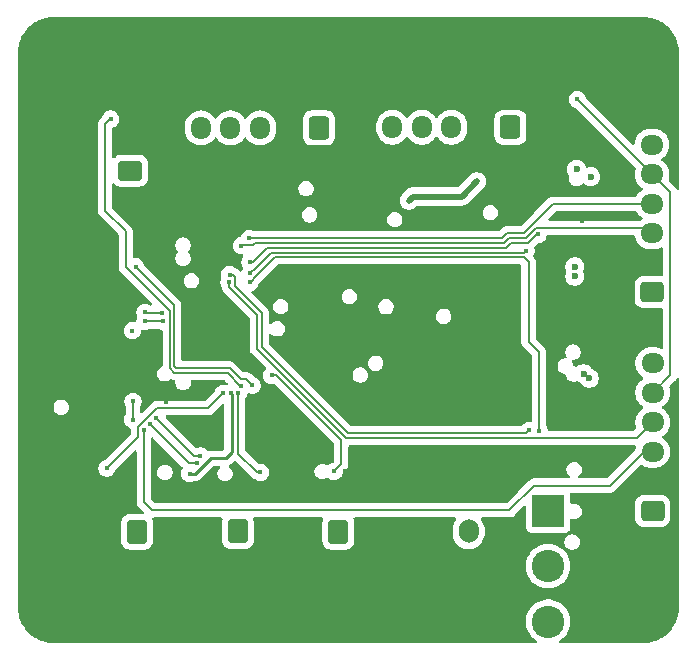
<source format=gbr>
%TF.GenerationSoftware,KiCad,Pcbnew,9.0.4*%
%TF.CreationDate,2025-10-13T17:03:11+02:00*%
%TF.ProjectId,ProjetX,50726f6a-6574-4582-9e6b-696361645f70,rev?*%
%TF.SameCoordinates,Original*%
%TF.FileFunction,Copper,L4,Bot*%
%TF.FilePolarity,Positive*%
%FSLAX46Y46*%
G04 Gerber Fmt 4.6, Leading zero omitted, Abs format (unit mm)*
G04 Created by KiCad (PCBNEW 9.0.4) date 2025-10-13 17:03:11*
%MOMM*%
%LPD*%
G01*
G04 APERTURE LIST*
G04 Aperture macros list*
%AMRoundRect*
0 Rectangle with rounded corners*
0 $1 Rounding radius*
0 $2 $3 $4 $5 $6 $7 $8 $9 X,Y pos of 4 corners*
0 Add a 4 corners polygon primitive as box body*
4,1,4,$2,$3,$4,$5,$6,$7,$8,$9,$2,$3,0*
0 Add four circle primitives for the rounded corners*
1,1,$1+$1,$2,$3*
1,1,$1+$1,$4,$5*
1,1,$1+$1,$6,$7*
1,1,$1+$1,$8,$9*
0 Add four rect primitives between the rounded corners*
20,1,$1+$1,$2,$3,$4,$5,0*
20,1,$1+$1,$4,$5,$6,$7,0*
20,1,$1+$1,$6,$7,$8,$9,0*
20,1,$1+$1,$8,$9,$2,$3,0*%
G04 Aperture macros list end*
%TA.AperFunction,ComponentPad*%
%ADD10RoundRect,0.250000X-0.600000X-0.750000X0.600000X-0.750000X0.600000X0.750000X-0.600000X0.750000X0*%
%TD*%
%TA.AperFunction,ComponentPad*%
%ADD11O,1.700000X2.000000*%
%TD*%
%TA.AperFunction,ComponentPad*%
%ADD12R,2.750000X2.750000*%
%TD*%
%TA.AperFunction,ComponentPad*%
%ADD13C,2.750000*%
%TD*%
%TA.AperFunction,ComponentPad*%
%ADD14C,0.800000*%
%TD*%
%TA.AperFunction,ComponentPad*%
%ADD15C,6.400000*%
%TD*%
%TA.AperFunction,ComponentPad*%
%ADD16RoundRect,0.250000X0.725000X-0.600000X0.725000X0.600000X-0.725000X0.600000X-0.725000X-0.600000X0*%
%TD*%
%TA.AperFunction,ComponentPad*%
%ADD17O,1.950000X1.700000*%
%TD*%
%TA.AperFunction,ComponentPad*%
%ADD18RoundRect,0.250000X0.600000X0.725000X-0.600000X0.725000X-0.600000X-0.725000X0.600000X-0.725000X0*%
%TD*%
%TA.AperFunction,ComponentPad*%
%ADD19O,1.700000X1.950000*%
%TD*%
%TA.AperFunction,ComponentPad*%
%ADD20RoundRect,0.250000X-0.750000X0.600000X-0.750000X-0.600000X0.750000X-0.600000X0.750000X0.600000X0*%
%TD*%
%TA.AperFunction,ComponentPad*%
%ADD21O,2.000000X1.700000*%
%TD*%
%TA.AperFunction,ViaPad*%
%ADD22C,0.450000*%
%TD*%
%TA.AperFunction,ViaPad*%
%ADD23C,0.600000*%
%TD*%
%TA.AperFunction,Conductor*%
%ADD24C,0.200000*%
%TD*%
%TA.AperFunction,Conductor*%
%ADD25C,0.540000*%
%TD*%
%TA.AperFunction,Conductor*%
%ADD26C,0.250000*%
%TD*%
G04 APERTURE END LIST*
D10*
%TO.P,J7,1,Pin_1*%
%TO.N,Net-(J7-Pin_1)*%
X154130000Y-119050000D03*
D11*
%TO.P,J7,2,Pin_2*%
%TO.N,GND*%
X156630000Y-119050000D03*
%TD*%
D12*
%TO.P,S1,1,1*%
%TO.N,unconnected-(S1-Pad1)*%
X180400000Y-117275000D03*
D13*
%TO.P,S1,2,2*%
%TO.N,+BATT*%
X180400000Y-121975000D03*
%TO.P,S1,3,3*%
%TO.N,Net-(J2-Pin_2)*%
X180400000Y-126675000D03*
%TD*%
D14*
%TO.P,H1,1,1*%
%TO.N,GND*%
X136600000Y-79000000D03*
X137302944Y-77302944D03*
X137302944Y-80697056D03*
X139000000Y-76600000D03*
D15*
X139000000Y-79000000D03*
D14*
X139000000Y-81400000D03*
X140697056Y-77302944D03*
X140697056Y-80697056D03*
X141400000Y-79000000D03*
%TD*%
%TO.P,H2,1,1*%
%TO.N,GND*%
X185600000Y-79000000D03*
X186302944Y-77302944D03*
X186302944Y-80697056D03*
X188000000Y-76600000D03*
D15*
X188000000Y-79000000D03*
D14*
X188000000Y-81400000D03*
X189697056Y-77302944D03*
X189697056Y-80697056D03*
X190400000Y-79000000D03*
%TD*%
%TO.P,H3,1,1*%
%TO.N,GND*%
X136600000Y-125000000D03*
X137302944Y-123302944D03*
X137302944Y-126697056D03*
X139000000Y-122600000D03*
D15*
X139000000Y-125000000D03*
D14*
X139000000Y-127400000D03*
X140697056Y-123302944D03*
X140697056Y-126697056D03*
X141400000Y-125000000D03*
%TD*%
D10*
%TO.P,J8,1,Pin_1*%
%TO.N,Net-(J8-Pin_1)*%
X145610000Y-119080000D03*
D11*
%TO.P,J8,2,Pin_2*%
%TO.N,GND*%
X148110000Y-119080000D03*
%TD*%
D16*
%TO.P,J5,1,Pin_1*%
%TO.N,/Actionneurs/MOTEUR2-*%
X189255000Y-117300000D03*
D17*
%TO.P,J5,2,Pin_2*%
%TO.N,GND*%
X189255000Y-114800000D03*
%TO.P,J5,3,Pin_3*%
%TO.N,/Actionneurs/ENCOD_A2*%
X189255000Y-112300000D03*
%TO.P,J5,4,Pin_4*%
%TO.N,/Actionneurs/ENCOD_B2*%
X189255000Y-109800000D03*
%TO.P,J5,5,Pin_5*%
%TO.N,+3.3V*%
X189255000Y-107300000D03*
%TO.P,J5,6,Pin_6*%
%TO.N,/Actionneurs/MOTEUR2+*%
X189255000Y-104800000D03*
%TD*%
D18*
%TO.P,J6,1,Pin_1*%
%TO.N,/STM32/LIDAR_M_CTR*%
X161010000Y-84880000D03*
D19*
%TO.P,J6,2,Pin_2*%
%TO.N,GND*%
X158510000Y-84880000D03*
%TO.P,J6,3,Pin_3*%
%TO.N,unconnected-(J6-Pin_3-Pad3)*%
X156010000Y-84880000D03*
%TO.P,J6,4,Pin_4*%
%TO.N,Net-(J6-Pin_4)*%
X153510000Y-84880000D03*
%TO.P,J6,5,Pin_5*%
%TO.N,+5V*%
X151010000Y-84880000D03*
%TD*%
D20*
%TO.P,J4,1,Pin_1*%
%TO.N,Net-(J4-Pin_1)*%
X144995000Y-88500000D03*
D21*
%TO.P,J4,2,Pin_2*%
%TO.N,GND*%
X144995000Y-91000000D03*
%TD*%
D16*
%TO.P,J3,1,Pin_1*%
%TO.N,/Actionneurs/MOTEUR1-*%
X189200000Y-98800000D03*
D17*
%TO.P,J3,2,Pin_2*%
%TO.N,GND*%
X189200000Y-96300000D03*
%TO.P,J3,3,Pin_3*%
%TO.N,/Actionneurs/ENCOD_A1*%
X189200000Y-93800000D03*
%TO.P,J3,4,Pin_4*%
%TO.N,/Actionneurs/ENCOD_B1*%
X189200000Y-91300000D03*
%TO.P,J3,5,Pin_5*%
%TO.N,+3.3V*%
X189200000Y-88800000D03*
%TO.P,J3,6,Pin_6*%
%TO.N,/Actionneurs/MOTEUR1+*%
X189200000Y-86300000D03*
%TD*%
D10*
%TO.P,J9,1,Pin_1*%
%TO.N,Net-(J9-Pin_1)*%
X162640000Y-119080000D03*
D11*
%TO.P,J9,2,Pin_2*%
%TO.N,GND*%
X165140000Y-119080000D03*
%TD*%
D10*
%TO.P,J2,1,Pin_1*%
%TO.N,GND*%
X171170000Y-119050000D03*
D11*
%TO.P,J2,2,Pin_2*%
%TO.N,Net-(J2-Pin_2)*%
X173670000Y-119050000D03*
%TD*%
D14*
%TO.P,H4,1,1*%
%TO.N,GND*%
X185600000Y-125000000D03*
X186302944Y-123302944D03*
X186302944Y-126697056D03*
X188000000Y-122600000D03*
D15*
X188000000Y-125000000D03*
D14*
X188000000Y-127400000D03*
X189697056Y-123302944D03*
X189697056Y-126697056D03*
X190400000Y-125000000D03*
%TD*%
D18*
%TO.P,J11,1,Pin_1*%
%TO.N,unconnected-(J11-Pin_1-Pad1)*%
X177210000Y-84830000D03*
D19*
%TO.P,J11,2,Pin_2*%
%TO.N,GND*%
X174710000Y-84830000D03*
%TO.P,J11,3,Pin_3*%
%TO.N,/STM32/BLE_RX*%
X172210000Y-84830000D03*
%TO.P,J11,4,Pin_4*%
%TO.N,/STM32/BLE_TX*%
X169710000Y-84830000D03*
%TO.P,J11,5,Pin_5*%
%TO.N,+5V*%
X167210000Y-84830000D03*
%TD*%
D22*
%TO.N,+3.3V*%
X182865000Y-82465000D03*
X145200000Y-102050000D03*
%TO.N,GND*%
X169463749Y-92615000D03*
X148080000Y-108075000D03*
X157760000Y-99030000D03*
X185200000Y-112950000D03*
X177600000Y-104942500D03*
X152130000Y-111790000D03*
X177790000Y-90735000D03*
X139050000Y-113690000D03*
X140280000Y-95500000D03*
X163170000Y-113970000D03*
X152600000Y-102400000D03*
X144140000Y-97990000D03*
X183300000Y-92800000D03*
X182490000Y-86090000D03*
X154570000Y-114020000D03*
X136175000Y-117950000D03*
X157880000Y-110780000D03*
X165800000Y-102100000D03*
X171510000Y-101840000D03*
X175520000Y-90750000D03*
X182070000Y-100720000D03*
X140300000Y-104550000D03*
X158150000Y-114040000D03*
X144160000Y-110760000D03*
X170207516Y-98052484D03*
X158310000Y-92270000D03*
X158430000Y-101870000D03*
X183242500Y-109500000D03*
X139080000Y-109900000D03*
X139100000Y-111110000D03*
X175490000Y-104932500D03*
X185205000Y-94295000D03*
X147640000Y-97660000D03*
X166120000Y-98280000D03*
X151950000Y-114140000D03*
X173270000Y-104902500D03*
%TO.N,+BATT*%
X174360000Y-89400000D03*
D23*
X182665000Y-96625000D03*
X184000000Y-89000000D03*
X182650000Y-97450000D03*
X183877500Y-106077500D03*
D22*
X168620000Y-91045000D03*
D23*
X182810000Y-88400000D03*
X183400000Y-105700000D03*
D22*
%TO.N,/STM32/NRST*%
X143040000Y-113690000D03*
X152875000Y-107350000D03*
%TO.N,/STM32/BORDER_2*%
X154174829Y-107365000D03*
X156050000Y-114040000D03*
%TO.N,/STM32/BORDER_4*%
X145490000Y-96630000D03*
X155350000Y-106660000D03*
%TO.N,/STM32/BORDER_1*%
X153524826Y-107365000D03*
X150050000Y-114140000D03*
%TO.N,/STM32/BORDER_3*%
X156986268Y-105838732D03*
X162270000Y-113970000D03*
%TO.N,/Actionneurs/ENCOD_A1*%
X154415218Y-94845536D03*
%TO.N,/Actionneurs/ENCOD_B1*%
X155111500Y-94215000D03*
%TO.N,/Actionneurs/ENCOD_A2*%
X146180000Y-110460000D03*
%TO.N,/Actionneurs/ENCOD_B2*%
X153375000Y-97939611D03*
%TO.N,/STM32/RX_SWD*%
X145230000Y-109570000D03*
X145255000Y-108022881D03*
%TO.N,/STM32/TX_SWD*%
X147793768Y-101243768D03*
X146264000Y-101270000D03*
%TO.N,/STM32/SCL*%
X150661182Y-113241000D03*
X146705000Y-109961077D03*
%TO.N,/STM32/SDA*%
X150957971Y-112662710D03*
X147225000Y-109436077D03*
%TO.N,/Actionneurs/FWD1*%
X179550000Y-93900000D03*
X155144741Y-96245270D03*
%TO.N,/Actionneurs/REV1*%
X178538796Y-95286334D03*
X155173768Y-97203768D03*
%TO.N,/Actionneurs/FWD2*%
X153427100Y-97291700D03*
X178785000Y-110485000D03*
%TO.N,/Actionneurs/REV2*%
X179650000Y-110500000D03*
X155160000Y-97960000D03*
%TO.N,/STM32/LIDAR_TX*%
X143360000Y-84130000D03*
X154433115Y-106699753D03*
%TO.N,/STM32/CHAT{slash}SOURIS*%
X147739891Y-100519673D03*
X146264000Y-100480000D03*
%TD*%
D24*
%TO.N,+3.3V*%
X190740000Y-90340000D02*
X189200000Y-88800000D01*
X182865000Y-82465000D02*
X189200000Y-88800000D01*
X189255000Y-107300000D02*
X190740000Y-105815000D01*
X190740000Y-105815000D02*
X190740000Y-90340000D01*
D25*
%TO.N,+BATT*%
X168975000Y-90690000D02*
X173070000Y-90690000D01*
X173070000Y-90690000D02*
X174360000Y-89400000D01*
X168620000Y-91045000D02*
X168975000Y-90690000D01*
D24*
%TO.N,/STM32/NRST*%
X151600000Y-108600000D02*
X147300000Y-108600000D01*
X147300000Y-108600000D02*
X145966000Y-109934000D01*
X152875000Y-107350000D02*
X152850000Y-107350000D01*
X145654000Y-111076000D02*
X143040000Y-113690000D01*
X145962123Y-109934000D02*
X145654000Y-110242123D01*
X145966000Y-109934000D02*
X145962123Y-109934000D01*
X145654000Y-110242123D02*
X145654000Y-111076000D01*
X152850000Y-107350000D02*
X151600000Y-108600000D01*
%TO.N,/STM32/BORDER_2*%
X155750000Y-114040000D02*
X156050000Y-114040000D01*
X154160000Y-112450000D02*
X155750000Y-114040000D01*
X154160000Y-107379829D02*
X154160000Y-112450000D01*
X154174829Y-107365000D02*
X154160000Y-107379829D01*
%TO.N,/STM32/BORDER_4*%
X154860000Y-106170000D02*
X155350000Y-106660000D01*
X145490000Y-96630000D02*
X148760000Y-99900000D01*
X153426100Y-105229000D02*
X154367100Y-106170000D01*
X148935123Y-105229000D02*
X153426100Y-105229000D01*
X154367100Y-106170000D02*
X154860000Y-106170000D01*
X148760000Y-105053877D02*
X148935123Y-105229000D01*
X148760000Y-99900000D02*
X148760000Y-105053877D01*
D26*
%TO.N,/STM32/BORDER_1*%
X153120000Y-112840000D02*
X151840000Y-112840000D01*
X153620000Y-112340000D02*
X153120000Y-112840000D01*
X151840000Y-112840000D02*
X150540000Y-114140000D01*
X153620000Y-107460174D02*
X153620000Y-112340000D01*
X150540000Y-114140000D02*
X150050000Y-114140000D01*
X153524826Y-107365000D02*
X153620000Y-107460174D01*
D24*
%TO.N,/STM32/BORDER_3*%
X156986268Y-105838732D02*
X157398732Y-105838732D01*
X157398732Y-105838732D02*
X162900000Y-111340000D01*
X162900000Y-111340000D02*
X162900000Y-113340000D01*
X162900000Y-113340000D02*
X162270000Y-113970000D01*
%TO.N,/Actionneurs/ENCOD_A1*%
X188730000Y-93330000D02*
X179370000Y-93330000D01*
X155410000Y-94790000D02*
X154470754Y-94790000D01*
X154460000Y-94800754D02*
X154415218Y-94845536D01*
X179370000Y-93330000D02*
X178511000Y-94189000D01*
X176691923Y-94590000D02*
X155610000Y-94590000D01*
X154460000Y-94740000D02*
X154460000Y-94800754D01*
X155610000Y-94590000D02*
X155410000Y-94790000D01*
X177092923Y-94189000D02*
X176691923Y-94590000D01*
X154470754Y-94790000D02*
X154415218Y-94845536D01*
X189200000Y-93800000D02*
X188730000Y-93330000D01*
X178511000Y-94189000D02*
X177092923Y-94189000D01*
%TO.N,/Actionneurs/ENCOD_B1*%
X178342000Y-93788000D02*
X180830000Y-91300000D01*
X155137500Y-94189000D02*
X176525823Y-94189000D01*
X176525823Y-94189000D02*
X176926823Y-93788000D01*
X155111500Y-94215000D02*
X155137500Y-94189000D01*
X188838000Y-91300000D02*
X189059000Y-91521000D01*
X176926823Y-93788000D02*
X178342000Y-93788000D01*
X180830000Y-91300000D02*
X188838000Y-91300000D01*
%TO.N,/Actionneurs/ENCOD_A2*%
X179220000Y-115160000D02*
X185640000Y-115160000D01*
X146175000Y-110465000D02*
X146175000Y-116540077D01*
X146180000Y-110460000D02*
X146175000Y-110465000D01*
X185640000Y-115160000D02*
X188500000Y-112300000D01*
X146884923Y-117250000D02*
X177130000Y-117250000D01*
X188500000Y-112300000D02*
X189255000Y-112300000D01*
X177130000Y-117250000D02*
X179220000Y-115160000D01*
X146175000Y-116540077D02*
X146884923Y-117250000D01*
%TO.N,/Actionneurs/ENCOD_B2*%
X155750000Y-100710000D02*
X155750000Y-103570000D01*
X187924000Y-111131000D02*
X189255000Y-109800000D01*
X163311000Y-111131000D02*
X187924000Y-111131000D01*
X153350000Y-98310000D02*
X155750000Y-100710000D01*
X153375000Y-97939611D02*
X153350000Y-97964611D01*
X153350000Y-97964611D02*
X153350000Y-98310000D01*
X155750000Y-103570000D02*
X163311000Y-111131000D01*
%TO.N,/STM32/RX_SWD*%
X145230000Y-108047881D02*
X145230000Y-109570000D01*
X145255000Y-108022881D02*
X145230000Y-108047881D01*
%TO.N,/STM32/TX_SWD*%
X147597536Y-101270000D02*
X147623768Y-101243768D01*
X147623768Y-101243768D02*
X147793768Y-101243768D01*
X146264000Y-101270000D02*
X147597536Y-101270000D01*
%TO.N,/STM32/SCL*%
X146705000Y-109961077D02*
X146705000Y-109975000D01*
X149971000Y-113241000D02*
X150661182Y-113241000D01*
X146705000Y-109975000D02*
X149971000Y-113241000D01*
%TO.N,/STM32/SDA*%
X147225000Y-109436077D02*
X150451633Y-112662710D01*
X150451633Y-112662710D02*
X150957971Y-112662710D01*
%TO.N,/Actionneurs/FWD1*%
X178730000Y-94590000D02*
X179420000Y-93900000D01*
X155144741Y-96245270D02*
X155374730Y-96245270D01*
X177259023Y-94590000D02*
X178730000Y-94590000D01*
X155374730Y-96245270D02*
X156581000Y-95039000D01*
X179420000Y-93900000D02*
X179550000Y-93900000D01*
X176810023Y-95039000D02*
X177259023Y-94590000D01*
X156581000Y-95039000D02*
X176810023Y-95039000D01*
%TO.N,/Actionneurs/REV1*%
X156937536Y-95440000D02*
X155988536Y-96389000D01*
X155988536Y-96390413D02*
X155680413Y-96698536D01*
X155680413Y-96698536D02*
X155679000Y-96698536D01*
X155679000Y-96698536D02*
X155173768Y-97203768D01*
X178385130Y-95440000D02*
X156937536Y-95440000D01*
X155988536Y-96389000D02*
X155988536Y-96390413D01*
X178538796Y-95286334D02*
X178385130Y-95440000D01*
%TO.N,/Actionneurs/FWD2*%
X178785000Y-110485000D02*
X178540000Y-110730000D01*
X153901000Y-98293900D02*
X153901000Y-97481000D01*
X178540000Y-110730000D02*
X163477100Y-110730000D01*
X153711700Y-97291700D02*
X153427100Y-97291700D01*
X156151000Y-103403900D02*
X156151000Y-100543900D01*
X153901000Y-97481000D02*
X153711700Y-97291700D01*
X163477100Y-110730000D02*
X156151000Y-103403900D01*
X156151000Y-100543900D02*
X153901000Y-98293900D01*
%TO.N,/Actionneurs/REV2*%
X178748900Y-102988900D02*
X179650000Y-103890000D01*
X179650000Y-110500000D02*
X179650000Y-110510000D01*
X179650000Y-103890000D02*
X179650000Y-110500000D01*
X155315232Y-97804768D02*
X155316645Y-97804768D01*
X155624768Y-97495232D02*
X157279000Y-95841000D01*
X155624768Y-97496645D02*
X155624768Y-97495232D01*
X155316645Y-97804768D02*
X155624768Y-97496645D01*
X155160000Y-97960000D02*
X155315232Y-97804768D01*
X157279000Y-95841000D02*
X178351000Y-95841000D01*
X178748900Y-96238900D02*
X178748900Y-102988900D01*
X178351000Y-95841000D02*
X178748900Y-96238900D01*
%TO.N,/STM32/LIDAR_TX*%
X142880000Y-91890000D02*
X144630000Y-93640000D01*
X148290782Y-100280782D02*
X148359000Y-100349000D01*
X153260000Y-105630000D02*
X154329753Y-106699753D01*
X144630000Y-93640000D02*
X144630000Y-96620000D01*
X148359000Y-100349000D02*
X148359000Y-105219977D01*
X154329753Y-106699753D02*
X154433115Y-106699753D01*
X142880000Y-84570000D02*
X142880000Y-91890000D01*
X144630000Y-96620000D02*
X147978782Y-99968782D01*
X143320000Y-84130000D02*
X142880000Y-84570000D01*
X148769023Y-105630000D02*
X153260000Y-105630000D01*
X147978782Y-99968782D02*
X147982659Y-99968782D01*
X143360000Y-84130000D02*
X143320000Y-84130000D01*
X148290782Y-100276905D02*
X148290782Y-100280782D01*
X148359000Y-105219977D02*
X148769023Y-105630000D01*
X147982659Y-99968782D02*
X148290782Y-100276905D01*
%TO.N,/STM32/CHAT{slash}SOURIS*%
X146303673Y-100519673D02*
X146264000Y-100480000D01*
X147739891Y-100519673D02*
X146303673Y-100519673D01*
%TD*%
%TA.AperFunction,Conductor*%
%TO.N,GND*%
G36*
X188503244Y-75500670D02*
G01*
X188807046Y-75516592D01*
X188819953Y-75517949D01*
X188951089Y-75538718D01*
X189117209Y-75565028D01*
X189129896Y-75567724D01*
X189420625Y-75645625D01*
X189432965Y-75649635D01*
X189713938Y-75757490D01*
X189725790Y-75762767D01*
X189993968Y-75899411D01*
X190005199Y-75905896D01*
X190257608Y-76069812D01*
X190268109Y-76077441D01*
X190502010Y-76266850D01*
X190511655Y-76275535D01*
X190724464Y-76488344D01*
X190733149Y-76497989D01*
X190922558Y-76731890D01*
X190930187Y-76742391D01*
X191094101Y-76994796D01*
X191100591Y-77006036D01*
X191237231Y-77274206D01*
X191242510Y-77286064D01*
X191350363Y-77567033D01*
X191354374Y-77579376D01*
X191432273Y-77870097D01*
X191434971Y-77882794D01*
X191482050Y-78180046D01*
X191483407Y-78192953D01*
X191499330Y-78496756D01*
X191499500Y-78503246D01*
X191499500Y-89991717D01*
X191498639Y-89994646D01*
X191499360Y-89997616D01*
X191488857Y-90027962D01*
X191479815Y-90058756D01*
X191477507Y-90060755D01*
X191476508Y-90063643D01*
X191451262Y-90083497D01*
X191427011Y-90104511D01*
X191423989Y-90104945D01*
X191421588Y-90106834D01*
X191389631Y-90109885D01*
X191357853Y-90114455D01*
X191355073Y-90113185D01*
X191352034Y-90113476D01*
X191323503Y-90098768D01*
X191294297Y-90085430D01*
X191291826Y-90082438D01*
X191289931Y-90081461D01*
X191268114Y-90053718D01*
X191241252Y-90007193D01*
X191241250Y-90007190D01*
X191220522Y-89971287D01*
X191220521Y-89971286D01*
X191220520Y-89971284D01*
X191108716Y-89859480D01*
X191108715Y-89859479D01*
X191104385Y-89855149D01*
X191104374Y-89855139D01*
X190628102Y-89378867D01*
X190594617Y-89317544D01*
X190597851Y-89252874D01*
X190642246Y-89116243D01*
X190675500Y-88906287D01*
X190675500Y-88693713D01*
X190642246Y-88483757D01*
X190576557Y-88281588D01*
X190480051Y-88092184D01*
X190480049Y-88092181D01*
X190480048Y-88092179D01*
X190355109Y-87920213D01*
X190204792Y-87769896D01*
X190040204Y-87650316D01*
X189997540Y-87594989D01*
X189991561Y-87525376D01*
X190024166Y-87463580D01*
X190040199Y-87449686D01*
X190204792Y-87330104D01*
X190355104Y-87179792D01*
X190355106Y-87179788D01*
X190355109Y-87179786D01*
X190480048Y-87007820D01*
X190480047Y-87007820D01*
X190480051Y-87007816D01*
X190576557Y-86818412D01*
X190642246Y-86616243D01*
X190675500Y-86406287D01*
X190675500Y-86193713D01*
X190642246Y-85983757D01*
X190576557Y-85781588D01*
X190480051Y-85592184D01*
X190480049Y-85592181D01*
X190480048Y-85592179D01*
X190355109Y-85420213D01*
X190204786Y-85269890D01*
X190032820Y-85144951D01*
X189843414Y-85048444D01*
X189843413Y-85048443D01*
X189843412Y-85048443D01*
X189641243Y-84982754D01*
X189641241Y-84982753D01*
X189641240Y-84982753D01*
X189479957Y-84957208D01*
X189431287Y-84949500D01*
X188968713Y-84949500D01*
X188920042Y-84957208D01*
X188758760Y-84982753D01*
X188556585Y-85048444D01*
X188367179Y-85144951D01*
X188195213Y-85269890D01*
X188044890Y-85420213D01*
X187919951Y-85592179D01*
X187823444Y-85781585D01*
X187757753Y-85983760D01*
X187724074Y-86196402D01*
X187694145Y-86259537D01*
X187634833Y-86296468D01*
X187564971Y-86295470D01*
X187513920Y-86264685D01*
X183604116Y-82354881D01*
X183570631Y-82293558D01*
X183570191Y-82291451D01*
X183562619Y-82253380D01*
X183507929Y-82121347D01*
X183507928Y-82121346D01*
X183507925Y-82121340D01*
X183428532Y-82002521D01*
X183428529Y-82002517D01*
X183327482Y-81901470D01*
X183327478Y-81901467D01*
X183208659Y-81822074D01*
X183208650Y-81822069D01*
X183076620Y-81767381D01*
X183076614Y-81767379D01*
X182936457Y-81739500D01*
X182936455Y-81739500D01*
X182793545Y-81739500D01*
X182793543Y-81739500D01*
X182653385Y-81767379D01*
X182653379Y-81767381D01*
X182521349Y-81822069D01*
X182521340Y-81822074D01*
X182402521Y-81901467D01*
X182402517Y-81901470D01*
X182301470Y-82002517D01*
X182301467Y-82002521D01*
X182222074Y-82121340D01*
X182222069Y-82121349D01*
X182167381Y-82253379D01*
X182167379Y-82253385D01*
X182139500Y-82393542D01*
X182139500Y-82393545D01*
X182139500Y-82536455D01*
X182139500Y-82536457D01*
X182139499Y-82536457D01*
X182167379Y-82676614D01*
X182167381Y-82676620D01*
X182222069Y-82808650D01*
X182222074Y-82808659D01*
X182301467Y-82927478D01*
X182301470Y-82927482D01*
X182402517Y-83028529D01*
X182402521Y-83028532D01*
X182521340Y-83107925D01*
X182521346Y-83107928D01*
X182521347Y-83107929D01*
X182653380Y-83162619D01*
X182691391Y-83170179D01*
X182753302Y-83202564D01*
X182754881Y-83204116D01*
X187771897Y-88221132D01*
X187805382Y-88282455D01*
X187802147Y-88347129D01*
X187761073Y-88473539D01*
X187757753Y-88483760D01*
X187724500Y-88693713D01*
X187724500Y-88906286D01*
X187757308Y-89113431D01*
X187757754Y-89116243D01*
X187802123Y-89252797D01*
X187823444Y-89318414D01*
X187919951Y-89507820D01*
X188044890Y-89679786D01*
X188195209Y-89830105D01*
X188195214Y-89830109D01*
X188359793Y-89949682D01*
X188402459Y-90005011D01*
X188408438Y-90074625D01*
X188375833Y-90136420D01*
X188359793Y-90150318D01*
X188195214Y-90269890D01*
X188195209Y-90269894D01*
X188044890Y-90420213D01*
X187919948Y-90592184D01*
X187919947Y-90592185D01*
X187899765Y-90631795D01*
X187851791Y-90682591D01*
X187789281Y-90699500D01*
X180750939Y-90699500D01*
X180716547Y-90708715D01*
X180716548Y-90708716D01*
X180598214Y-90740423D01*
X180598209Y-90740426D01*
X180461290Y-90819475D01*
X180461282Y-90819481D01*
X180349480Y-90931284D01*
X180349478Y-90931286D01*
X179230504Y-92050261D01*
X178129584Y-93151181D01*
X178068261Y-93184666D01*
X178041903Y-93187500D01*
X177013493Y-93187500D01*
X177013477Y-93187499D01*
X177005881Y-93187499D01*
X176847766Y-93187499D01*
X176771402Y-93207961D01*
X176695037Y-93228423D01*
X176695032Y-93228426D01*
X176558113Y-93307475D01*
X176558105Y-93307481D01*
X176313407Y-93552181D01*
X176252084Y-93585666D01*
X176225726Y-93588500D01*
X155516950Y-93588500D01*
X155458495Y-93573857D01*
X155455154Y-93572071D01*
X155323120Y-93517381D01*
X155323114Y-93517379D01*
X155182957Y-93489500D01*
X155182955Y-93489500D01*
X155040045Y-93489500D01*
X155040043Y-93489500D01*
X154899885Y-93517379D01*
X154899879Y-93517381D01*
X154767849Y-93572069D01*
X154767840Y-93572074D01*
X154649021Y-93651467D01*
X154649017Y-93651470D01*
X154547970Y-93752517D01*
X154547967Y-93752521D01*
X154468574Y-93871340D01*
X154468569Y-93871349D01*
X154413881Y-94003379D01*
X154413880Y-94003381D01*
X154408772Y-94029061D01*
X154376385Y-94090971D01*
X154315668Y-94125543D01*
X154311347Y-94126483D01*
X154203603Y-94147915D01*
X154203597Y-94147917D01*
X154071567Y-94202605D01*
X154071558Y-94202610D01*
X153952739Y-94282003D01*
X153952735Y-94282006D01*
X153851688Y-94383053D01*
X153851685Y-94383057D01*
X153772292Y-94501876D01*
X153772287Y-94501885D01*
X153717599Y-94633915D01*
X153717597Y-94633921D01*
X153689718Y-94774078D01*
X153689718Y-94774081D01*
X153689718Y-94916991D01*
X153689718Y-94916993D01*
X153689717Y-94916993D01*
X153717597Y-95057150D01*
X153717599Y-95057156D01*
X153772287Y-95189186D01*
X153772292Y-95189195D01*
X153851685Y-95308014D01*
X153851688Y-95308018D01*
X153952735Y-95409065D01*
X153952739Y-95409068D01*
X154071558Y-95488461D01*
X154071564Y-95488464D01*
X154071565Y-95488465D01*
X154203598Y-95543155D01*
X154203602Y-95543155D01*
X154203603Y-95543156D01*
X154343760Y-95571036D01*
X154492765Y-95571036D01*
X154492765Y-95573687D01*
X154550102Y-95584518D01*
X154600848Y-95632545D01*
X154617573Y-95700383D01*
X154594966Y-95766495D01*
X154581383Y-95782615D01*
X154581216Y-95782781D01*
X154581208Y-95782791D01*
X154501815Y-95901610D01*
X154501810Y-95901619D01*
X154447122Y-96033649D01*
X154447120Y-96033655D01*
X154419241Y-96173812D01*
X154419241Y-96173815D01*
X154419241Y-96316725D01*
X154419241Y-96316727D01*
X154419240Y-96316727D01*
X154447120Y-96456884D01*
X154447122Y-96456890D01*
X154501810Y-96588920D01*
X154501815Y-96588929D01*
X154560895Y-96677348D01*
X154563656Y-96686168D01*
X154569812Y-96693063D01*
X154573931Y-96718982D01*
X154581773Y-96744026D01*
X154579328Y-96752937D01*
X154580779Y-96762066D01*
X154566011Y-96801477D01*
X154563288Y-96811406D01*
X154561662Y-96813085D01*
X154560897Y-96815128D01*
X154530840Y-96860112D01*
X154530837Y-96860118D01*
X154484263Y-96972558D01*
X154440422Y-97026961D01*
X154374127Y-97049026D01*
X154306428Y-97031747D01*
X154282021Y-97012786D01*
X154209661Y-96940426D01*
X154209659Y-96940423D01*
X154080417Y-96811181D01*
X154080416Y-96811180D01*
X153975394Y-96750546D01*
X153943485Y-96732123D01*
X153876831Y-96714262D01*
X153870726Y-96711915D01*
X153865628Y-96708017D01*
X153846346Y-96699281D01*
X153770750Y-96648769D01*
X153638720Y-96594081D01*
X153638714Y-96594079D01*
X153498557Y-96566200D01*
X153498555Y-96566200D01*
X153355645Y-96566200D01*
X153355643Y-96566200D01*
X153215485Y-96594079D01*
X153215479Y-96594081D01*
X153083449Y-96648769D01*
X153083440Y-96648774D01*
X152964621Y-96728167D01*
X152964617Y-96728170D01*
X152863570Y-96829217D01*
X152863567Y-96829221D01*
X152784174Y-96948040D01*
X152784169Y-96948049D01*
X152729481Y-97080079D01*
X152729479Y-97080085D01*
X152701600Y-97220242D01*
X152701600Y-97220245D01*
X152701600Y-97363155D01*
X152701600Y-97363157D01*
X152701599Y-97363157D01*
X152729479Y-97503313D01*
X152729482Y-97503323D01*
X152730310Y-97505322D01*
X152730431Y-97506451D01*
X152731248Y-97509143D01*
X152730737Y-97509297D01*
X152737773Y-97574791D01*
X152730306Y-97600217D01*
X152677382Y-97727986D01*
X152677379Y-97727996D01*
X152649500Y-97868153D01*
X152649500Y-97868156D01*
X152649500Y-98011066D01*
X152649500Y-98011068D01*
X152649499Y-98011068D01*
X152677379Y-98151225D01*
X152677381Y-98151231D01*
X152732071Y-98283266D01*
X152734856Y-98288475D01*
X152749499Y-98346930D01*
X152749499Y-98389054D01*
X152749498Y-98389054D01*
X152790423Y-98541786D01*
X152801227Y-98560497D01*
X152801228Y-98560502D01*
X152801229Y-98560502D01*
X152869475Y-98678709D01*
X152869481Y-98678717D01*
X152988349Y-98797585D01*
X152988355Y-98797590D01*
X155113181Y-100922416D01*
X155146666Y-100983739D01*
X155149500Y-101010097D01*
X155149500Y-103483330D01*
X155149499Y-103483348D01*
X155149499Y-103649054D01*
X155149498Y-103649054D01*
X155152500Y-103660256D01*
X155190423Y-103801785D01*
X155190424Y-103801787D01*
X155190423Y-103801787D01*
X155203538Y-103824501D01*
X155203539Y-103824503D01*
X155269475Y-103938709D01*
X155269481Y-103938717D01*
X155388349Y-104057585D01*
X155388355Y-104057590D01*
X156477195Y-105146430D01*
X156510680Y-105207753D01*
X156505696Y-105277445D01*
X156477196Y-105321791D01*
X156422739Y-105376248D01*
X156422735Y-105376253D01*
X156343342Y-105495072D01*
X156343337Y-105495081D01*
X156288649Y-105627111D01*
X156288647Y-105627117D01*
X156260768Y-105767274D01*
X156260768Y-105767277D01*
X156260768Y-105910187D01*
X156260768Y-105910189D01*
X156260767Y-105910189D01*
X156288647Y-106050346D01*
X156288649Y-106050352D01*
X156343337Y-106182382D01*
X156343342Y-106182391D01*
X156422735Y-106301210D01*
X156422738Y-106301214D01*
X156523785Y-106402261D01*
X156523789Y-106402264D01*
X156642608Y-106481657D01*
X156642614Y-106481660D01*
X156642615Y-106481661D01*
X156774648Y-106536351D01*
X156774652Y-106536351D01*
X156774653Y-106536352D01*
X156914810Y-106564232D01*
X156914813Y-106564232D01*
X157057724Y-106564232D01*
X157142638Y-106547341D01*
X157173942Y-106541114D01*
X157243533Y-106547341D01*
X157285815Y-106575050D01*
X162263181Y-111552416D01*
X162296666Y-111613739D01*
X162299500Y-111640097D01*
X162299500Y-113039900D01*
X162290855Y-113069339D01*
X162284332Y-113099327D01*
X162280577Y-113104342D01*
X162279815Y-113106939D01*
X162263181Y-113127582D01*
X162159878Y-113230884D01*
X162098555Y-113264368D01*
X162096391Y-113264819D01*
X162058382Y-113272380D01*
X162058381Y-113272380D01*
X161926349Y-113327069D01*
X161926340Y-113327074D01*
X161807521Y-113406467D01*
X161795347Y-113418641D01*
X161734022Y-113452124D01*
X161664331Y-113447137D01*
X161638778Y-113434059D01*
X161578138Y-113393541D01*
X161578124Y-113393533D01*
X161459744Y-113344499D01*
X161459738Y-113344497D01*
X161334071Y-113319500D01*
X161334069Y-113319500D01*
X161205931Y-113319500D01*
X161205929Y-113319500D01*
X161080261Y-113344497D01*
X161080255Y-113344499D01*
X160961875Y-113393533D01*
X160961866Y-113393538D01*
X160855331Y-113464723D01*
X160855327Y-113464726D01*
X160764726Y-113555327D01*
X160764723Y-113555331D01*
X160693538Y-113661866D01*
X160693533Y-113661875D01*
X160644499Y-113780255D01*
X160644497Y-113780261D01*
X160619500Y-113905928D01*
X160619500Y-113905931D01*
X160619500Y-114034069D01*
X160619500Y-114034071D01*
X160619499Y-114034071D01*
X160644497Y-114159738D01*
X160644499Y-114159744D01*
X160693533Y-114278124D01*
X160693538Y-114278133D01*
X160764723Y-114384668D01*
X160764726Y-114384672D01*
X160855327Y-114475273D01*
X160855331Y-114475276D01*
X160961866Y-114546461D01*
X160961872Y-114546464D01*
X160961873Y-114546465D01*
X161080256Y-114595501D01*
X161080260Y-114595501D01*
X161080261Y-114595502D01*
X161205928Y-114620500D01*
X161205931Y-114620500D01*
X161334071Y-114620500D01*
X161439273Y-114599573D01*
X161459744Y-114595501D01*
X161578127Y-114546465D01*
X161638777Y-114505939D01*
X161705454Y-114485062D01*
X161772834Y-114503546D01*
X161795349Y-114521361D01*
X161807517Y-114533529D01*
X161807521Y-114533532D01*
X161926340Y-114612925D01*
X161926349Y-114612930D01*
X161934886Y-114616466D01*
X162058380Y-114667619D01*
X162058384Y-114667619D01*
X162058385Y-114667620D01*
X162198542Y-114695500D01*
X162198545Y-114695500D01*
X162341457Y-114695500D01*
X162435751Y-114676742D01*
X162481620Y-114667619D01*
X162613653Y-114612929D01*
X162732479Y-114533532D01*
X162833532Y-114432479D01*
X162912929Y-114313653D01*
X162967619Y-114181620D01*
X162975179Y-114143608D01*
X163007564Y-114081698D01*
X163009116Y-114080119D01*
X163160856Y-113928379D01*
X163380520Y-113708716D01*
X163459577Y-113571784D01*
X163500501Y-113419057D01*
X163500501Y-113260942D01*
X163500501Y-113253347D01*
X163500500Y-113253329D01*
X163500500Y-111855500D01*
X163520185Y-111788461D01*
X163572989Y-111742706D01*
X163624500Y-111731500D01*
X187724046Y-111731500D01*
X187791085Y-111751185D01*
X187836840Y-111803989D01*
X187846784Y-111873147D01*
X187841977Y-111893818D01*
X187812753Y-111983759D01*
X187790026Y-112127246D01*
X187760096Y-112190381D01*
X187755234Y-112195528D01*
X185427584Y-114523181D01*
X185366261Y-114556666D01*
X185339903Y-114559500D01*
X183050470Y-114559500D01*
X182983431Y-114539815D01*
X182937676Y-114487011D01*
X182927732Y-114417853D01*
X182956757Y-114354297D01*
X182981579Y-114332398D01*
X183009636Y-114313650D01*
X183022169Y-114305276D01*
X183112776Y-114214669D01*
X183183965Y-114108127D01*
X183233001Y-113989744D01*
X183249673Y-113905931D01*
X183258000Y-113864071D01*
X183258000Y-113735928D01*
X183233002Y-113610261D01*
X183233001Y-113610260D01*
X183233001Y-113610256D01*
X183183965Y-113491873D01*
X183183964Y-113491872D01*
X183183961Y-113491866D01*
X183112776Y-113385331D01*
X183112773Y-113385327D01*
X183022172Y-113294726D01*
X183022168Y-113294723D01*
X182915633Y-113223538D01*
X182915624Y-113223533D01*
X182797244Y-113174499D01*
X182797238Y-113174497D01*
X182671571Y-113149500D01*
X182671569Y-113149500D01*
X182543431Y-113149500D01*
X182543429Y-113149500D01*
X182417761Y-113174497D01*
X182417755Y-113174499D01*
X182299375Y-113223533D01*
X182299366Y-113223538D01*
X182192831Y-113294723D01*
X182192827Y-113294726D01*
X182102226Y-113385327D01*
X182102223Y-113385331D01*
X182031038Y-113491866D01*
X182031033Y-113491875D01*
X181981999Y-113610255D01*
X181981997Y-113610261D01*
X181957000Y-113735928D01*
X181957000Y-113735931D01*
X181957000Y-113864069D01*
X181957000Y-113864071D01*
X181956999Y-113864071D01*
X181981997Y-113989738D01*
X181981999Y-113989744D01*
X182031033Y-114108124D01*
X182031038Y-114108133D01*
X182102223Y-114214668D01*
X182102226Y-114214672D01*
X182192827Y-114305273D01*
X182192831Y-114305276D01*
X182233421Y-114332398D01*
X182278226Y-114386011D01*
X182286933Y-114455336D01*
X182256778Y-114518363D01*
X182197335Y-114555082D01*
X182164530Y-114559500D01*
X179140940Y-114559500D01*
X179100019Y-114570464D01*
X179100019Y-114570465D01*
X179062751Y-114580451D01*
X178988214Y-114600423D01*
X178988209Y-114600426D01*
X178851290Y-114679475D01*
X178851282Y-114679481D01*
X178793146Y-114737618D01*
X178739480Y-114791284D01*
X178739478Y-114791286D01*
X177811188Y-115719577D01*
X176917584Y-116613181D01*
X176856261Y-116646666D01*
X176829903Y-116649500D01*
X147185021Y-116649500D01*
X147117982Y-116629815D01*
X147097340Y-116613181D01*
X146811819Y-116327660D01*
X146778334Y-116266337D01*
X146775500Y-116239979D01*
X146775500Y-114104071D01*
X147304499Y-114104071D01*
X147329497Y-114229738D01*
X147329499Y-114229744D01*
X147378533Y-114348124D01*
X147378538Y-114348133D01*
X147449723Y-114454668D01*
X147449726Y-114454672D01*
X147540327Y-114545273D01*
X147540331Y-114545276D01*
X147646866Y-114616461D01*
X147646872Y-114616464D01*
X147646873Y-114616465D01*
X147765256Y-114665501D01*
X147765260Y-114665501D01*
X147765261Y-114665502D01*
X147890928Y-114690500D01*
X147890931Y-114690500D01*
X148019071Y-114690500D01*
X148134101Y-114667618D01*
X148144744Y-114665501D01*
X148263127Y-114616465D01*
X148369669Y-114545276D01*
X148460276Y-114454669D01*
X148531465Y-114348127D01*
X148580501Y-114229744D01*
X148594425Y-114159744D01*
X148605500Y-114104071D01*
X148605500Y-113975928D01*
X148580502Y-113850261D01*
X148580501Y-113850260D01*
X148580501Y-113850256D01*
X148531465Y-113731873D01*
X148531464Y-113731872D01*
X148531461Y-113731866D01*
X148460276Y-113625331D01*
X148460273Y-113625327D01*
X148369672Y-113534726D01*
X148369668Y-113534723D01*
X148263133Y-113463538D01*
X148263124Y-113463533D01*
X148144744Y-113414499D01*
X148144738Y-113414497D01*
X148019071Y-113389500D01*
X148019069Y-113389500D01*
X147890931Y-113389500D01*
X147890929Y-113389500D01*
X147765261Y-113414497D01*
X147765255Y-113414499D01*
X147646875Y-113463533D01*
X147646866Y-113463538D01*
X147540331Y-113534723D01*
X147540327Y-113534726D01*
X147449726Y-113625327D01*
X147449723Y-113625331D01*
X147378538Y-113731866D01*
X147378533Y-113731875D01*
X147329499Y-113850255D01*
X147329497Y-113850261D01*
X147304500Y-113975928D01*
X147304500Y-113975931D01*
X147304500Y-114104069D01*
X147304500Y-114104071D01*
X147304499Y-114104071D01*
X146775500Y-114104071D01*
X146775500Y-111194097D01*
X146795185Y-111127058D01*
X146847989Y-111081303D01*
X146917147Y-111071359D01*
X146980703Y-111100384D01*
X146987181Y-111106416D01*
X149443276Y-113562511D01*
X149476761Y-113623834D01*
X149471777Y-113693526D01*
X149458697Y-113719083D01*
X149407074Y-113796340D01*
X149407069Y-113796349D01*
X149352381Y-113928379D01*
X149352379Y-113928385D01*
X149324500Y-114068542D01*
X149324500Y-114068545D01*
X149324500Y-114211455D01*
X149324500Y-114211457D01*
X149324499Y-114211457D01*
X149352379Y-114351614D01*
X149352381Y-114351620D01*
X149407069Y-114483650D01*
X149407074Y-114483659D01*
X149486467Y-114602478D01*
X149486470Y-114602482D01*
X149587517Y-114703529D01*
X149587521Y-114703532D01*
X149706340Y-114782925D01*
X149706349Y-114782930D01*
X149736258Y-114795318D01*
X149838380Y-114837619D01*
X149838384Y-114837619D01*
X149838385Y-114837620D01*
X149978542Y-114865500D01*
X149978545Y-114865500D01*
X150121457Y-114865500D01*
X150215751Y-114846742D01*
X150261620Y-114837619D01*
X150393653Y-114782929D01*
X150393660Y-114782923D01*
X150398861Y-114780145D01*
X150409192Y-114777209D01*
X150414983Y-114772951D01*
X150439130Y-114768701D01*
X150449533Y-114765745D01*
X150453427Y-114765500D01*
X150478393Y-114765500D01*
X150601607Y-114765500D01*
X150662029Y-114753481D01*
X150722452Y-114741463D01*
X150722455Y-114741461D01*
X150722458Y-114741461D01*
X150755787Y-114727654D01*
X150755786Y-114727654D01*
X150755792Y-114727652D01*
X150836286Y-114694312D01*
X150887509Y-114660084D01*
X150938733Y-114625858D01*
X151025858Y-114538733D01*
X151025858Y-114538731D01*
X151036066Y-114528524D01*
X151036067Y-114528521D01*
X152062772Y-113501819D01*
X152124095Y-113468334D01*
X152150453Y-113465500D01*
X152505192Y-113465500D01*
X152572231Y-113485185D01*
X152617986Y-113537989D01*
X152627930Y-113607147D01*
X152598905Y-113670703D01*
X152592873Y-113677181D01*
X152544726Y-113725327D01*
X152544723Y-113725331D01*
X152473538Y-113831866D01*
X152473533Y-113831875D01*
X152424499Y-113950255D01*
X152424497Y-113950261D01*
X152399500Y-114075928D01*
X152399500Y-114075931D01*
X152399500Y-114204069D01*
X152399500Y-114204071D01*
X152399499Y-114204071D01*
X152424497Y-114329738D01*
X152424499Y-114329744D01*
X152473533Y-114448124D01*
X152473538Y-114448133D01*
X152544723Y-114554668D01*
X152544726Y-114554672D01*
X152635327Y-114645273D01*
X152635331Y-114645276D01*
X152741866Y-114716461D01*
X152741872Y-114716464D01*
X152741873Y-114716465D01*
X152860256Y-114765501D01*
X152860260Y-114765501D01*
X152860261Y-114765502D01*
X152985928Y-114790500D01*
X152985931Y-114790500D01*
X153114071Y-114790500D01*
X153202291Y-114772951D01*
X153239744Y-114765501D01*
X153358127Y-114716465D01*
X153464669Y-114645276D01*
X153555276Y-114554669D01*
X153626465Y-114448127D01*
X153675501Y-114329744D01*
X153691041Y-114251620D01*
X153700500Y-114204071D01*
X153700500Y-114075928D01*
X153675502Y-113950261D01*
X153675501Y-113950260D01*
X153675501Y-113950256D01*
X153626465Y-113831873D01*
X153626464Y-113831872D01*
X153626461Y-113831866D01*
X153555276Y-113725331D01*
X153555273Y-113725327D01*
X153464672Y-113634726D01*
X153414879Y-113601455D01*
X153393840Y-113576280D01*
X153371916Y-113551874D01*
X153371548Y-113549604D01*
X153370075Y-113547842D01*
X153365987Y-113515297D01*
X153360737Y-113482904D01*
X153361654Y-113480796D01*
X153361368Y-113478517D01*
X153375526Y-113448924D01*
X153388621Y-113418839D01*
X153390900Y-113416791D01*
X153391523Y-113415490D01*
X153414877Y-113395253D01*
X153416283Y-113394312D01*
X153416286Y-113394312D01*
X153467509Y-113360084D01*
X153518733Y-113325858D01*
X153605858Y-113238733D01*
X153605859Y-113238731D01*
X153612925Y-113231665D01*
X153612928Y-113231661D01*
X153764997Y-113079591D01*
X153826318Y-113046108D01*
X153896010Y-113051092D01*
X153940357Y-113079593D01*
X154622219Y-113761455D01*
X155381284Y-114520520D01*
X155381286Y-114520521D01*
X155381290Y-114520524D01*
X155467790Y-114570464D01*
X155518216Y-114599577D01*
X155604269Y-114622635D01*
X155641058Y-114639304D01*
X155706347Y-114682929D01*
X155838380Y-114737619D01*
X155838384Y-114737619D01*
X155838385Y-114737620D01*
X155978542Y-114765500D01*
X155978545Y-114765500D01*
X156121457Y-114765500D01*
X156242305Y-114741461D01*
X156261620Y-114737619D01*
X156393653Y-114682929D01*
X156512479Y-114603532D01*
X156613532Y-114502479D01*
X156692929Y-114383653D01*
X156747619Y-114251620D01*
X156775500Y-114111455D01*
X156775500Y-113968545D01*
X156775500Y-113968542D01*
X156747620Y-113828385D01*
X156747619Y-113828384D01*
X156747619Y-113828380D01*
X156698053Y-113708717D01*
X156692930Y-113696349D01*
X156692925Y-113696340D01*
X156613532Y-113577521D01*
X156613529Y-113577517D01*
X156512482Y-113476470D01*
X156512478Y-113476467D01*
X156393659Y-113397074D01*
X156393650Y-113397069D01*
X156261620Y-113342381D01*
X156261614Y-113342379D01*
X156121457Y-113314500D01*
X156121455Y-113314500D01*
X155978545Y-113314500D01*
X155956128Y-113318959D01*
X155886536Y-113312730D01*
X155844257Y-113285022D01*
X154796819Y-112237583D01*
X154763334Y-112176260D01*
X154760500Y-112149902D01*
X154760500Y-107831959D01*
X154780185Y-107764920D01*
X154781328Y-107763173D01*
X154817758Y-107708653D01*
X154872448Y-107576620D01*
X154900329Y-107436455D01*
X154900329Y-107436443D01*
X154900731Y-107432366D01*
X154926889Y-107367577D01*
X154983921Y-107327215D01*
X155053721Y-107324094D01*
X155071575Y-107329947D01*
X155138380Y-107357619D01*
X155138384Y-107357619D01*
X155138385Y-107357620D01*
X155278542Y-107385500D01*
X155278545Y-107385500D01*
X155421457Y-107385500D01*
X155515751Y-107366742D01*
X155561620Y-107357619D01*
X155693653Y-107302929D01*
X155812479Y-107223532D01*
X155913532Y-107122479D01*
X155992929Y-107003653D01*
X156047619Y-106871620D01*
X156065528Y-106781588D01*
X156075500Y-106731457D01*
X156075500Y-106588542D01*
X156047620Y-106448385D01*
X156047619Y-106448384D01*
X156047619Y-106448380D01*
X155992929Y-106316347D01*
X155992928Y-106316346D01*
X155992925Y-106316340D01*
X155913532Y-106197521D01*
X155913529Y-106197517D01*
X155812482Y-106096470D01*
X155812478Y-106096467D01*
X155693659Y-106017074D01*
X155693650Y-106017069D01*
X155561618Y-105962380D01*
X155561614Y-105962379D01*
X155523608Y-105954819D01*
X155461697Y-105922433D01*
X155460119Y-105920883D01*
X155228717Y-105689481D01*
X155228709Y-105689475D01*
X155135967Y-105635931D01*
X155135966Y-105635931D01*
X155091785Y-105610423D01*
X154939057Y-105569499D01*
X154780943Y-105569499D01*
X154773347Y-105569499D01*
X154773331Y-105569500D01*
X154667197Y-105569500D01*
X154600158Y-105549815D01*
X154579516Y-105533181D01*
X153913690Y-104867355D01*
X153913688Y-104867352D01*
X153794817Y-104748481D01*
X153794816Y-104748480D01*
X153699956Y-104693713D01*
X153657885Y-104669423D01*
X153505157Y-104628499D01*
X153347043Y-104628499D01*
X153339447Y-104628499D01*
X153339431Y-104628500D01*
X149484500Y-104628500D01*
X149417461Y-104608815D01*
X149371706Y-104556011D01*
X149360500Y-104504500D01*
X149360500Y-99820942D01*
X149357636Y-99810256D01*
X149357635Y-99810251D01*
X149346532Y-99768815D01*
X149341089Y-99748500D01*
X149319577Y-99668216D01*
X149283271Y-99605331D01*
X149240524Y-99531290D01*
X149240521Y-99531286D01*
X149240520Y-99531284D01*
X149128716Y-99419480D01*
X149128715Y-99419479D01*
X149124385Y-99415149D01*
X149124374Y-99415139D01*
X147598306Y-97889071D01*
X149554499Y-97889071D01*
X149579497Y-98014738D01*
X149579499Y-98014744D01*
X149628533Y-98133124D01*
X149628538Y-98133133D01*
X149699723Y-98239668D01*
X149699726Y-98239672D01*
X149790327Y-98330273D01*
X149790331Y-98330276D01*
X149896866Y-98401461D01*
X149896872Y-98401464D01*
X149896873Y-98401465D01*
X150015256Y-98450501D01*
X150015260Y-98450501D01*
X150015261Y-98450502D01*
X150140928Y-98475500D01*
X150140931Y-98475500D01*
X150269071Y-98475500D01*
X150353615Y-98458682D01*
X150394744Y-98450501D01*
X150513127Y-98401465D01*
X150619669Y-98330276D01*
X150710276Y-98239669D01*
X150781465Y-98133127D01*
X150830501Y-98014744D01*
X150838682Y-97973615D01*
X150855500Y-97889071D01*
X150855500Y-97760928D01*
X150830502Y-97635261D01*
X150830501Y-97635260D01*
X150830501Y-97635256D01*
X150781465Y-97516873D01*
X150781464Y-97516872D01*
X150781461Y-97516866D01*
X150710276Y-97410331D01*
X150710273Y-97410327D01*
X150619672Y-97319726D01*
X150619668Y-97319723D01*
X150513133Y-97248538D01*
X150513124Y-97248533D01*
X150394744Y-97199499D01*
X150394738Y-97199497D01*
X150269071Y-97174500D01*
X150269069Y-97174500D01*
X150140931Y-97174500D01*
X150140929Y-97174500D01*
X150015261Y-97199497D01*
X150015255Y-97199499D01*
X149896875Y-97248533D01*
X149896866Y-97248538D01*
X149790331Y-97319723D01*
X149790327Y-97319726D01*
X149699726Y-97410327D01*
X149699723Y-97410331D01*
X149628538Y-97516866D01*
X149628533Y-97516875D01*
X149579499Y-97635255D01*
X149579497Y-97635261D01*
X149554500Y-97760928D01*
X149554500Y-97760931D01*
X149554500Y-97889069D01*
X149554500Y-97889071D01*
X149554499Y-97889071D01*
X147598306Y-97889071D01*
X146229116Y-96519881D01*
X146195631Y-96458558D01*
X146195191Y-96456451D01*
X146187619Y-96418380D01*
X146132929Y-96286347D01*
X146132928Y-96286346D01*
X146132925Y-96286340D01*
X146053532Y-96167521D01*
X146053529Y-96167517D01*
X145952482Y-96066470D01*
X145952478Y-96066467D01*
X145833659Y-95987074D01*
X145833650Y-95987069D01*
X145701620Y-95932381D01*
X145701614Y-95932379D01*
X145561457Y-95904500D01*
X145561455Y-95904500D01*
X145418545Y-95904500D01*
X145418544Y-95904500D01*
X145378689Y-95912427D01*
X145309098Y-95906198D01*
X145253921Y-95863334D01*
X145230678Y-95797444D01*
X145230500Y-95790809D01*
X145230500Y-94854071D01*
X148839499Y-94854071D01*
X148864497Y-94979738D01*
X148864499Y-94979744D01*
X148913533Y-95098124D01*
X148913538Y-95098133D01*
X148984723Y-95204668D01*
X148984726Y-95204672D01*
X149047373Y-95267319D01*
X149080858Y-95328642D01*
X149075874Y-95398334D01*
X149047373Y-95442681D01*
X148984726Y-95505327D01*
X148984723Y-95505331D01*
X148913538Y-95611866D01*
X148913533Y-95611875D01*
X148864499Y-95730255D01*
X148864497Y-95730261D01*
X148839500Y-95855928D01*
X148839500Y-95855931D01*
X148839500Y-95984069D01*
X148839500Y-95984071D01*
X148839499Y-95984071D01*
X148864497Y-96109738D01*
X148864499Y-96109744D01*
X148913533Y-96228124D01*
X148913538Y-96228133D01*
X148984723Y-96334668D01*
X148984726Y-96334672D01*
X149075327Y-96425273D01*
X149075331Y-96425276D01*
X149181866Y-96496461D01*
X149181872Y-96496464D01*
X149181873Y-96496465D01*
X149300256Y-96545501D01*
X149300260Y-96545501D01*
X149300261Y-96545502D01*
X149425928Y-96570500D01*
X149425931Y-96570500D01*
X149554071Y-96570500D01*
X149638615Y-96553682D01*
X149679744Y-96545501D01*
X149798127Y-96496465D01*
X149904669Y-96425276D01*
X149995276Y-96334669D01*
X150066465Y-96228127D01*
X150115501Y-96109744D01*
X150124110Y-96066467D01*
X150140500Y-95984071D01*
X150140500Y-95855928D01*
X150115502Y-95730261D01*
X150115501Y-95730260D01*
X150115501Y-95730256D01*
X150066465Y-95611873D01*
X150066464Y-95611872D01*
X150066461Y-95611866D01*
X149995276Y-95505331D01*
X149995273Y-95505327D01*
X149932627Y-95442681D01*
X149899142Y-95381358D01*
X149904126Y-95311666D01*
X149932627Y-95267319D01*
X149995273Y-95204672D01*
X149995276Y-95204669D01*
X150066465Y-95098127D01*
X150115501Y-94979744D01*
X150123682Y-94938615D01*
X150140500Y-94854071D01*
X150140500Y-94725928D01*
X150115502Y-94600261D01*
X150115501Y-94600260D01*
X150115501Y-94600256D01*
X150066465Y-94481873D01*
X150066464Y-94481872D01*
X150066461Y-94481866D01*
X149995276Y-94375331D01*
X149995273Y-94375327D01*
X149904672Y-94284726D01*
X149904668Y-94284723D01*
X149798133Y-94213538D01*
X149798124Y-94213533D01*
X149679744Y-94164499D01*
X149679738Y-94164497D01*
X149554071Y-94139500D01*
X149554069Y-94139500D01*
X149425931Y-94139500D01*
X149425929Y-94139500D01*
X149300261Y-94164497D01*
X149300255Y-94164499D01*
X149181875Y-94213533D01*
X149181866Y-94213538D01*
X149075331Y-94284723D01*
X149075327Y-94284726D01*
X148984726Y-94375327D01*
X148984723Y-94375331D01*
X148913538Y-94481866D01*
X148913533Y-94481875D01*
X148864499Y-94600255D01*
X148864497Y-94600261D01*
X148839500Y-94725928D01*
X148839500Y-94725931D01*
X148839500Y-94854069D01*
X148839500Y-94854071D01*
X148839499Y-94854071D01*
X145230500Y-94854071D01*
X145230500Y-93729060D01*
X145230501Y-93729047D01*
X145230501Y-93560944D01*
X145218828Y-93517381D01*
X145189577Y-93408216D01*
X145189573Y-93408209D01*
X145110524Y-93271290D01*
X145110518Y-93271282D01*
X144143307Y-92304071D01*
X159559499Y-92304071D01*
X159584497Y-92429738D01*
X159584499Y-92429744D01*
X159633533Y-92548124D01*
X159633538Y-92548133D01*
X159704723Y-92654668D01*
X159704726Y-92654672D01*
X159795327Y-92745273D01*
X159795331Y-92745276D01*
X159901866Y-92816461D01*
X159901872Y-92816464D01*
X159901873Y-92816465D01*
X160020256Y-92865501D01*
X160020260Y-92865501D01*
X160020261Y-92865502D01*
X160145928Y-92890500D01*
X160145931Y-92890500D01*
X160274071Y-92890500D01*
X160358615Y-92873682D01*
X160399744Y-92865501D01*
X160518127Y-92816465D01*
X160624669Y-92745276D01*
X160665874Y-92704071D01*
X166770748Y-92704071D01*
X166795746Y-92829738D01*
X166795748Y-92829744D01*
X166844782Y-92948124D01*
X166844787Y-92948133D01*
X166915972Y-93054668D01*
X166915975Y-93054672D01*
X167006576Y-93145273D01*
X167006580Y-93145276D01*
X167113115Y-93216461D01*
X167113121Y-93216464D01*
X167113122Y-93216465D01*
X167231505Y-93265501D01*
X167231509Y-93265501D01*
X167231510Y-93265502D01*
X167357177Y-93290500D01*
X167357180Y-93290500D01*
X167485320Y-93290500D01*
X167569864Y-93273682D01*
X167610993Y-93265501D01*
X167729376Y-93216465D01*
X167835918Y-93145276D01*
X167926525Y-93054669D01*
X167997714Y-92948127D01*
X168046750Y-92829744D01*
X168063553Y-92745273D01*
X168071749Y-92704071D01*
X168071749Y-92575928D01*
X168046751Y-92450261D01*
X168046750Y-92450260D01*
X168046750Y-92450256D01*
X167997714Y-92331873D01*
X167997713Y-92331872D01*
X167997710Y-92331866D01*
X167926525Y-92225331D01*
X167926522Y-92225327D01*
X167835921Y-92134726D01*
X167835917Y-92134723D01*
X167805009Y-92114071D01*
X174859499Y-92114071D01*
X174884497Y-92239738D01*
X174884499Y-92239744D01*
X174933533Y-92358124D01*
X174933538Y-92358133D01*
X175004723Y-92464668D01*
X175004726Y-92464672D01*
X175095327Y-92555273D01*
X175095331Y-92555276D01*
X175201866Y-92626461D01*
X175201875Y-92626466D01*
X175225906Y-92636420D01*
X175320256Y-92675501D01*
X175320260Y-92675501D01*
X175320261Y-92675502D01*
X175445928Y-92700500D01*
X175445931Y-92700500D01*
X175574071Y-92700500D01*
X175658615Y-92683682D01*
X175699744Y-92675501D01*
X175818127Y-92626465D01*
X175924669Y-92555276D01*
X176015276Y-92464669D01*
X176086465Y-92358127D01*
X176135501Y-92239744D01*
X176156391Y-92134726D01*
X176160500Y-92114071D01*
X176160500Y-91985928D01*
X176135502Y-91860261D01*
X176135501Y-91860260D01*
X176135501Y-91860256D01*
X176086465Y-91741873D01*
X176086464Y-91741872D01*
X176086461Y-91741866D01*
X176015276Y-91635331D01*
X176015273Y-91635327D01*
X175924672Y-91544726D01*
X175924668Y-91544723D01*
X175818133Y-91473538D01*
X175818124Y-91473533D01*
X175699744Y-91424499D01*
X175699738Y-91424497D01*
X175574071Y-91399500D01*
X175574069Y-91399500D01*
X175445931Y-91399500D01*
X175445929Y-91399500D01*
X175320261Y-91424497D01*
X175320255Y-91424499D01*
X175201875Y-91473533D01*
X175201866Y-91473538D01*
X175095331Y-91544723D01*
X175095327Y-91544726D01*
X175004726Y-91635327D01*
X175004723Y-91635331D01*
X174933538Y-91741866D01*
X174933533Y-91741875D01*
X174884499Y-91860255D01*
X174884497Y-91860261D01*
X174859500Y-91985928D01*
X174859500Y-91985931D01*
X174859500Y-92114069D01*
X174859500Y-92114071D01*
X174859499Y-92114071D01*
X167805009Y-92114071D01*
X167758420Y-92082941D01*
X167729382Y-92063538D01*
X167729373Y-92063533D01*
X167610993Y-92014499D01*
X167610987Y-92014497D01*
X167485320Y-91989500D01*
X167485318Y-91989500D01*
X167357180Y-91989500D01*
X167357178Y-91989500D01*
X167231510Y-92014497D01*
X167231504Y-92014499D01*
X167113124Y-92063533D01*
X167113115Y-92063538D01*
X167006580Y-92134723D01*
X167006576Y-92134726D01*
X166915975Y-92225327D01*
X166915972Y-92225331D01*
X166844787Y-92331866D01*
X166844782Y-92331875D01*
X166795748Y-92450255D01*
X166795746Y-92450261D01*
X166770749Y-92575928D01*
X166770749Y-92575931D01*
X166770749Y-92704069D01*
X166770749Y-92704071D01*
X166770748Y-92704071D01*
X160665874Y-92704071D01*
X160715276Y-92654669D01*
X160786465Y-92548127D01*
X160835501Y-92429744D01*
X160849747Y-92358127D01*
X160860500Y-92304071D01*
X160860500Y-92175928D01*
X160835502Y-92050261D01*
X160835501Y-92050260D01*
X160835501Y-92050256D01*
X160797574Y-91958692D01*
X160786466Y-91931875D01*
X160786461Y-91931866D01*
X160715276Y-91825331D01*
X160715273Y-91825327D01*
X160624672Y-91734726D01*
X160624668Y-91734723D01*
X160518133Y-91663538D01*
X160518124Y-91663533D01*
X160399744Y-91614499D01*
X160399738Y-91614497D01*
X160274071Y-91589500D01*
X160274069Y-91589500D01*
X160145931Y-91589500D01*
X160145929Y-91589500D01*
X160020261Y-91614497D01*
X160020255Y-91614499D01*
X159901875Y-91663533D01*
X159901866Y-91663538D01*
X159795331Y-91734723D01*
X159795327Y-91734726D01*
X159704726Y-91825327D01*
X159704723Y-91825331D01*
X159633538Y-91931866D01*
X159633533Y-91931875D01*
X159584499Y-92050255D01*
X159584497Y-92050261D01*
X159559500Y-92175928D01*
X159559500Y-92175931D01*
X159559500Y-92304069D01*
X159559500Y-92304071D01*
X159559499Y-92304071D01*
X144143307Y-92304071D01*
X143516819Y-91677583D01*
X143483334Y-91616260D01*
X143480500Y-91589902D01*
X143480500Y-90969108D01*
X167849500Y-90969108D01*
X167849500Y-91120891D01*
X167879108Y-91269738D01*
X167879110Y-91269746D01*
X167937192Y-91409968D01*
X168021513Y-91536165D01*
X168021516Y-91536169D01*
X168128830Y-91643483D01*
X168128833Y-91643485D01*
X168128835Y-91643487D01*
X168255032Y-91727808D01*
X168395254Y-91785890D01*
X168544108Y-91815499D01*
X168544111Y-91815500D01*
X168544113Y-91815500D01*
X168695889Y-91815500D01*
X168695890Y-91815499D01*
X168844746Y-91785890D01*
X168984968Y-91727808D01*
X169111165Y-91643487D01*
X169257834Y-91496817D01*
X169319156Y-91463334D01*
X169345514Y-91460500D01*
X173145890Y-91460500D01*
X173145891Y-91460499D01*
X173294747Y-91430890D01*
X173434969Y-91372808D01*
X173460273Y-91355899D01*
X173498402Y-91330424D01*
X173545367Y-91299042D01*
X173561165Y-91288487D01*
X174958486Y-89891165D01*
X175042808Y-89764969D01*
X175100890Y-89624746D01*
X175130499Y-89475888D01*
X175130499Y-89324113D01*
X175100890Y-89175254D01*
X175042808Y-89035032D01*
X175042807Y-89035031D01*
X175042804Y-89035025D01*
X174958486Y-88908835D01*
X174958483Y-88908831D01*
X174851168Y-88801516D01*
X174851164Y-88801513D01*
X174724974Y-88717195D01*
X174724965Y-88717190D01*
X174584748Y-88659111D01*
X174584749Y-88659111D01*
X174584746Y-88659110D01*
X174584742Y-88659109D01*
X174584738Y-88659108D01*
X174435891Y-88629501D01*
X174435887Y-88629501D01*
X174284112Y-88629501D01*
X174284107Y-88629501D01*
X174135262Y-88659108D01*
X174135250Y-88659111D01*
X173995037Y-88717188D01*
X173995024Y-88717195D01*
X173868835Y-88801513D01*
X173868831Y-88801516D01*
X172787167Y-89883181D01*
X172725844Y-89916666D01*
X172699486Y-89919500D01*
X168899109Y-89919500D01*
X168750260Y-89949108D01*
X168750248Y-89949111D01*
X168696719Y-89971283D01*
X168696720Y-89971284D01*
X168610035Y-90007189D01*
X168610021Y-90007197D01*
X168483839Y-90091509D01*
X168483831Y-90091515D01*
X168021516Y-90553830D01*
X167937191Y-90680033D01*
X167879110Y-90820253D01*
X167879108Y-90820261D01*
X167849500Y-90969108D01*
X143480500Y-90969108D01*
X143480500Y-90084071D01*
X159259499Y-90084071D01*
X159284497Y-90209738D01*
X159284499Y-90209744D01*
X159333533Y-90328124D01*
X159333538Y-90328133D01*
X159404723Y-90434668D01*
X159404726Y-90434672D01*
X159495327Y-90525273D01*
X159495331Y-90525276D01*
X159601866Y-90596461D01*
X159601872Y-90596464D01*
X159601873Y-90596465D01*
X159720256Y-90645501D01*
X159720260Y-90645501D01*
X159720261Y-90645502D01*
X159845928Y-90670500D01*
X159845931Y-90670500D01*
X159974071Y-90670500D01*
X160058615Y-90653682D01*
X160099744Y-90645501D01*
X160218127Y-90596465D01*
X160324669Y-90525276D01*
X160415276Y-90434669D01*
X160486465Y-90328127D01*
X160535501Y-90209744D01*
X160548390Y-90144949D01*
X160560500Y-90084071D01*
X160560500Y-89955928D01*
X160535502Y-89830261D01*
X160535501Y-89830260D01*
X160535501Y-89830256D01*
X160486465Y-89711873D01*
X160486464Y-89711872D01*
X160486461Y-89711866D01*
X160415276Y-89605331D01*
X160415273Y-89605327D01*
X160324672Y-89514726D01*
X160324668Y-89514723D01*
X160218133Y-89443538D01*
X160218124Y-89443533D01*
X160099744Y-89394499D01*
X160099738Y-89394497D01*
X159974071Y-89369500D01*
X159974069Y-89369500D01*
X159845931Y-89369500D01*
X159845929Y-89369500D01*
X159720261Y-89394497D01*
X159720255Y-89394499D01*
X159601875Y-89443533D01*
X159601866Y-89443538D01*
X159495331Y-89514723D01*
X159495327Y-89514726D01*
X159404726Y-89605327D01*
X159404723Y-89605331D01*
X159333538Y-89711866D01*
X159333533Y-89711875D01*
X159284499Y-89830255D01*
X159284497Y-89830261D01*
X159259500Y-89955928D01*
X159259500Y-89955931D01*
X159259500Y-90084069D01*
X159259500Y-90084071D01*
X159259499Y-90084071D01*
X143480500Y-90084071D01*
X143480500Y-89696230D01*
X143500185Y-89629191D01*
X143552989Y-89583436D01*
X143622147Y-89573492D01*
X143685703Y-89602517D01*
X143692181Y-89608549D01*
X143776344Y-89692712D01*
X143925666Y-89784814D01*
X144092203Y-89839999D01*
X144194991Y-89850500D01*
X145795008Y-89850499D01*
X145897797Y-89839999D01*
X146064334Y-89784814D01*
X146213656Y-89692712D01*
X146337712Y-89568656D01*
X146429814Y-89419334D01*
X146484999Y-89252797D01*
X146495500Y-89150009D01*
X146495499Y-88321153D01*
X182009500Y-88321153D01*
X182009500Y-88478846D01*
X182040261Y-88633489D01*
X182040264Y-88633501D01*
X182100602Y-88779172D01*
X182100609Y-88779185D01*
X182169236Y-88881892D01*
X182190114Y-88948570D01*
X182185497Y-88981744D01*
X182185687Y-88981782D01*
X182185038Y-88985040D01*
X182184799Y-88986764D01*
X182184499Y-88987751D01*
X182159500Y-89113428D01*
X182159500Y-89113431D01*
X182159500Y-89241569D01*
X182159500Y-89241571D01*
X182159499Y-89241571D01*
X182184497Y-89367238D01*
X182184499Y-89367244D01*
X182233533Y-89485624D01*
X182233538Y-89485633D01*
X182304723Y-89592168D01*
X182304726Y-89592172D01*
X182395327Y-89682773D01*
X182395331Y-89682776D01*
X182501866Y-89753961D01*
X182501872Y-89753964D01*
X182501873Y-89753965D01*
X182620256Y-89803001D01*
X182620260Y-89803001D01*
X182620261Y-89803002D01*
X182745928Y-89828000D01*
X182745931Y-89828000D01*
X182874071Y-89828000D01*
X182958615Y-89811182D01*
X182999744Y-89803001D01*
X183118127Y-89753965D01*
X183224669Y-89682776D01*
X183300003Y-89607441D01*
X183361324Y-89573958D01*
X183431016Y-89578942D01*
X183475364Y-89607443D01*
X183489707Y-89621786D01*
X183489711Y-89621789D01*
X183620814Y-89709390D01*
X183620827Y-89709397D01*
X183728428Y-89753966D01*
X183766503Y-89769737D01*
X183921153Y-89800499D01*
X183921156Y-89800500D01*
X183921158Y-89800500D01*
X184078844Y-89800500D01*
X184078845Y-89800499D01*
X184233497Y-89769737D01*
X184379179Y-89709394D01*
X184510289Y-89621789D01*
X184621789Y-89510289D01*
X184709394Y-89379179D01*
X184769737Y-89233497D01*
X184800500Y-89078842D01*
X184800500Y-88921158D01*
X184800500Y-88921155D01*
X184800499Y-88921153D01*
X184792689Y-88881892D01*
X184769737Y-88766503D01*
X184739587Y-88693713D01*
X184709397Y-88620827D01*
X184709390Y-88620814D01*
X184621789Y-88489711D01*
X184621786Y-88489707D01*
X184510292Y-88378213D01*
X184510288Y-88378210D01*
X184379185Y-88290609D01*
X184379172Y-88290602D01*
X184233501Y-88230264D01*
X184233489Y-88230261D01*
X184078845Y-88199500D01*
X184078842Y-88199500D01*
X183921158Y-88199500D01*
X183921155Y-88199500D01*
X183766510Y-88230261D01*
X183766498Y-88230264D01*
X183744162Y-88239516D01*
X183674692Y-88246983D01*
X183612214Y-88215707D01*
X183584454Y-88171142D01*
X183582068Y-88172131D01*
X183519397Y-88020827D01*
X183519390Y-88020814D01*
X183431789Y-87889711D01*
X183431786Y-87889707D01*
X183320292Y-87778213D01*
X183320288Y-87778210D01*
X183189185Y-87690609D01*
X183189172Y-87690602D01*
X183043501Y-87630264D01*
X183043489Y-87630261D01*
X182888845Y-87599500D01*
X182888842Y-87599500D01*
X182731158Y-87599500D01*
X182731155Y-87599500D01*
X182576510Y-87630261D01*
X182576498Y-87630264D01*
X182430827Y-87690602D01*
X182430814Y-87690609D01*
X182299711Y-87778210D01*
X182299707Y-87778213D01*
X182188213Y-87889707D01*
X182188210Y-87889711D01*
X182100609Y-88020814D01*
X182100602Y-88020827D01*
X182040264Y-88166498D01*
X182040261Y-88166510D01*
X182009500Y-88321153D01*
X146495499Y-88321153D01*
X146495499Y-87849992D01*
X146488166Y-87778211D01*
X146484999Y-87747203D01*
X146484998Y-87747200D01*
X146429814Y-87580666D01*
X146337712Y-87431344D01*
X146213656Y-87307288D01*
X146064334Y-87215186D01*
X145897797Y-87160001D01*
X145897795Y-87160000D01*
X145795010Y-87149500D01*
X144194998Y-87149500D01*
X144194981Y-87149501D01*
X144092203Y-87160000D01*
X144092200Y-87160001D01*
X143925668Y-87215185D01*
X143925663Y-87215187D01*
X143776342Y-87307289D01*
X143692181Y-87391451D01*
X143630858Y-87424936D01*
X143561166Y-87419952D01*
X143505233Y-87378080D01*
X143480816Y-87312616D01*
X143480500Y-87303770D01*
X143480500Y-84947224D01*
X143500185Y-84880185D01*
X143552989Y-84834430D01*
X143568510Y-84828562D01*
X143571610Y-84827620D01*
X143571620Y-84827619D01*
X143703653Y-84772929D01*
X143822479Y-84693532D01*
X143867298Y-84648713D01*
X149659500Y-84648713D01*
X149659500Y-85111286D01*
X149684834Y-85271243D01*
X149692754Y-85321243D01*
X149724911Y-85420213D01*
X149758444Y-85523414D01*
X149854951Y-85712820D01*
X149979890Y-85884786D01*
X150130213Y-86035109D01*
X150302179Y-86160048D01*
X150302181Y-86160049D01*
X150302184Y-86160051D01*
X150491588Y-86256557D01*
X150693757Y-86322246D01*
X150903713Y-86355500D01*
X150903714Y-86355500D01*
X151116286Y-86355500D01*
X151116287Y-86355500D01*
X151326243Y-86322246D01*
X151528412Y-86256557D01*
X151717816Y-86160051D01*
X151786640Y-86110048D01*
X151889786Y-86035109D01*
X151889788Y-86035106D01*
X151889792Y-86035104D01*
X152040104Y-85884792D01*
X152159683Y-85720204D01*
X152215011Y-85677540D01*
X152284624Y-85671561D01*
X152346420Y-85704166D01*
X152360313Y-85720199D01*
X152443565Y-85834786D01*
X152479896Y-85884792D01*
X152630213Y-86035109D01*
X152802179Y-86160048D01*
X152802181Y-86160049D01*
X152802184Y-86160051D01*
X152991588Y-86256557D01*
X153193757Y-86322246D01*
X153403713Y-86355500D01*
X153403714Y-86355500D01*
X153616286Y-86355500D01*
X153616287Y-86355500D01*
X153826243Y-86322246D01*
X154028412Y-86256557D01*
X154217816Y-86160051D01*
X154286640Y-86110048D01*
X154389786Y-86035109D01*
X154389788Y-86035106D01*
X154389792Y-86035104D01*
X154540104Y-85884792D01*
X154659683Y-85720204D01*
X154715011Y-85677540D01*
X154784624Y-85671561D01*
X154846420Y-85704166D01*
X154860313Y-85720199D01*
X154943565Y-85834786D01*
X154979896Y-85884792D01*
X155130213Y-86035109D01*
X155302179Y-86160048D01*
X155302181Y-86160049D01*
X155302184Y-86160051D01*
X155491588Y-86256557D01*
X155693757Y-86322246D01*
X155903713Y-86355500D01*
X155903714Y-86355500D01*
X156116286Y-86355500D01*
X156116287Y-86355500D01*
X156326243Y-86322246D01*
X156528412Y-86256557D01*
X156717816Y-86160051D01*
X156786640Y-86110048D01*
X156889786Y-86035109D01*
X156889788Y-86035106D01*
X156889792Y-86035104D01*
X157040104Y-85884792D01*
X157040106Y-85884788D01*
X157040109Y-85884786D01*
X157165048Y-85712820D01*
X157165047Y-85712820D01*
X157165051Y-85712816D01*
X157261557Y-85523412D01*
X157327246Y-85321243D01*
X157360500Y-85111287D01*
X157360500Y-84648713D01*
X157327246Y-84438757D01*
X157261557Y-84236588D01*
X157194501Y-84104983D01*
X159659500Y-84104983D01*
X159659500Y-85655001D01*
X159659501Y-85655018D01*
X159670000Y-85757796D01*
X159670001Y-85757799D01*
X159708618Y-85874336D01*
X159725186Y-85924334D01*
X159817288Y-86073656D01*
X159941344Y-86197712D01*
X160090666Y-86289814D01*
X160257203Y-86344999D01*
X160359991Y-86355500D01*
X161660008Y-86355499D01*
X161762797Y-86344999D01*
X161929334Y-86289814D01*
X162078656Y-86197712D01*
X162202712Y-86073656D01*
X162294814Y-85924334D01*
X162349999Y-85757797D01*
X162360500Y-85655009D01*
X162360499Y-84598713D01*
X165859500Y-84598713D01*
X165859500Y-85061286D01*
X165892753Y-85271239D01*
X165958444Y-85473414D01*
X166054951Y-85662820D01*
X166179890Y-85834786D01*
X166330213Y-85985109D01*
X166502179Y-86110048D01*
X166502181Y-86110049D01*
X166502184Y-86110051D01*
X166691588Y-86206557D01*
X166893757Y-86272246D01*
X167103713Y-86305500D01*
X167103714Y-86305500D01*
X167316286Y-86305500D01*
X167316287Y-86305500D01*
X167526243Y-86272246D01*
X167728412Y-86206557D01*
X167917816Y-86110051D01*
X167939789Y-86094086D01*
X168089786Y-85985109D01*
X168089788Y-85985106D01*
X168089792Y-85985104D01*
X168240104Y-85834792D01*
X168359683Y-85670204D01*
X168415011Y-85627540D01*
X168484624Y-85621561D01*
X168546420Y-85654166D01*
X168560313Y-85670199D01*
X168679892Y-85834786D01*
X168679896Y-85834792D01*
X168830213Y-85985109D01*
X169002179Y-86110048D01*
X169002181Y-86110049D01*
X169002184Y-86110051D01*
X169191588Y-86206557D01*
X169393757Y-86272246D01*
X169603713Y-86305500D01*
X169603714Y-86305500D01*
X169816286Y-86305500D01*
X169816287Y-86305500D01*
X170026243Y-86272246D01*
X170228412Y-86206557D01*
X170417816Y-86110051D01*
X170439789Y-86094086D01*
X170589786Y-85985109D01*
X170589788Y-85985106D01*
X170589792Y-85985104D01*
X170740104Y-85834792D01*
X170859683Y-85670204D01*
X170915011Y-85627540D01*
X170984624Y-85621561D01*
X171046420Y-85654166D01*
X171060313Y-85670199D01*
X171179892Y-85834786D01*
X171179896Y-85834792D01*
X171330213Y-85985109D01*
X171502179Y-86110048D01*
X171502181Y-86110049D01*
X171502184Y-86110051D01*
X171691588Y-86206557D01*
X171893757Y-86272246D01*
X172103713Y-86305500D01*
X172103714Y-86305500D01*
X172316286Y-86305500D01*
X172316287Y-86305500D01*
X172526243Y-86272246D01*
X172728412Y-86206557D01*
X172917816Y-86110051D01*
X172939789Y-86094086D01*
X173089786Y-85985109D01*
X173089788Y-85985106D01*
X173089792Y-85985104D01*
X173240104Y-85834792D01*
X173240106Y-85834788D01*
X173240109Y-85834786D01*
X173365048Y-85662820D01*
X173365047Y-85662820D01*
X173365051Y-85662816D01*
X173461557Y-85473412D01*
X173527246Y-85271243D01*
X173560500Y-85061287D01*
X173560500Y-84598713D01*
X173527246Y-84388757D01*
X173461557Y-84186588D01*
X173394501Y-84054983D01*
X175859500Y-84054983D01*
X175859500Y-85605001D01*
X175859501Y-85605018D01*
X175870000Y-85707796D01*
X175870001Y-85707799D01*
X175925185Y-85874331D01*
X175925187Y-85874336D01*
X175956024Y-85924331D01*
X176017288Y-86023656D01*
X176141344Y-86147712D01*
X176290666Y-86239814D01*
X176457203Y-86294999D01*
X176559991Y-86305500D01*
X177860008Y-86305499D01*
X177962797Y-86294999D01*
X178129334Y-86239814D01*
X178278656Y-86147712D01*
X178402712Y-86023656D01*
X178494814Y-85874334D01*
X178549999Y-85707797D01*
X178560500Y-85605009D01*
X178560499Y-84054992D01*
X178559701Y-84047184D01*
X178549999Y-83952203D01*
X178549998Y-83952200D01*
X178524487Y-83875213D01*
X178494814Y-83785666D01*
X178402712Y-83636344D01*
X178278656Y-83512288D01*
X178183253Y-83453443D01*
X178129336Y-83420187D01*
X178129331Y-83420185D01*
X178113684Y-83415000D01*
X177962797Y-83365001D01*
X177962795Y-83365000D01*
X177860010Y-83354500D01*
X176559998Y-83354500D01*
X176559981Y-83354501D01*
X176457203Y-83365000D01*
X176457200Y-83365001D01*
X176290668Y-83420185D01*
X176290663Y-83420187D01*
X176141342Y-83512289D01*
X176017289Y-83636342D01*
X175925187Y-83785663D01*
X175925185Y-83785668D01*
X175908617Y-83835668D01*
X175870001Y-83952203D01*
X175870001Y-83952204D01*
X175870000Y-83952204D01*
X175859500Y-84054983D01*
X173394501Y-84054983D01*
X173365051Y-83997184D01*
X173365049Y-83997181D01*
X173365048Y-83997179D01*
X173240109Y-83825213D01*
X173089786Y-83674890D01*
X172917820Y-83549951D01*
X172728414Y-83453444D01*
X172728413Y-83453443D01*
X172728412Y-83453443D01*
X172526243Y-83387754D01*
X172526241Y-83387753D01*
X172526240Y-83387753D01*
X172364957Y-83362208D01*
X172316287Y-83354500D01*
X172103713Y-83354500D01*
X172055042Y-83362208D01*
X171893760Y-83387753D01*
X171691585Y-83453444D01*
X171502179Y-83549951D01*
X171330213Y-83674890D01*
X171179894Y-83825209D01*
X171179890Y-83825214D01*
X171060318Y-83989793D01*
X171004989Y-84032459D01*
X170935375Y-84038438D01*
X170873580Y-84005833D01*
X170859682Y-83989793D01*
X170740109Y-83825214D01*
X170740105Y-83825209D01*
X170589786Y-83674890D01*
X170417820Y-83549951D01*
X170228414Y-83453444D01*
X170228413Y-83453443D01*
X170228412Y-83453443D01*
X170026243Y-83387754D01*
X170026241Y-83387753D01*
X170026240Y-83387753D01*
X169864957Y-83362208D01*
X169816287Y-83354500D01*
X169603713Y-83354500D01*
X169555042Y-83362208D01*
X169393760Y-83387753D01*
X169191585Y-83453444D01*
X169002179Y-83549951D01*
X168830213Y-83674890D01*
X168679894Y-83825209D01*
X168679890Y-83825214D01*
X168560318Y-83989793D01*
X168504989Y-84032459D01*
X168435375Y-84038438D01*
X168373580Y-84005833D01*
X168359682Y-83989793D01*
X168240109Y-83825214D01*
X168240105Y-83825209D01*
X168089786Y-83674890D01*
X167917820Y-83549951D01*
X167728414Y-83453444D01*
X167728413Y-83453443D01*
X167728412Y-83453443D01*
X167526243Y-83387754D01*
X167526241Y-83387753D01*
X167526240Y-83387753D01*
X167364957Y-83362208D01*
X167316287Y-83354500D01*
X167103713Y-83354500D01*
X167055042Y-83362208D01*
X166893760Y-83387753D01*
X166691585Y-83453444D01*
X166502179Y-83549951D01*
X166330213Y-83674890D01*
X166179890Y-83825213D01*
X166054951Y-83997179D01*
X165958444Y-84186585D01*
X165892753Y-84388760D01*
X165859500Y-84598713D01*
X162360499Y-84598713D01*
X162360499Y-84104992D01*
X162358914Y-84089480D01*
X162349999Y-84002203D01*
X162349998Y-84002200D01*
X162333431Y-83952204D01*
X162294814Y-83835666D01*
X162202712Y-83686344D01*
X162078656Y-83562288D01*
X161929334Y-83470186D01*
X161762797Y-83415001D01*
X161762795Y-83415000D01*
X161660010Y-83404500D01*
X160359998Y-83404500D01*
X160359981Y-83404501D01*
X160257203Y-83415000D01*
X160257200Y-83415001D01*
X160090668Y-83470185D01*
X160090663Y-83470187D01*
X159941342Y-83562289D01*
X159817289Y-83686342D01*
X159725187Y-83835663D01*
X159725186Y-83835666D01*
X159670001Y-84002203D01*
X159670001Y-84002204D01*
X159670000Y-84002204D01*
X159659500Y-84104983D01*
X157194501Y-84104983D01*
X157165051Y-84047184D01*
X157165049Y-84047181D01*
X157165048Y-84047179D01*
X157040109Y-83875213D01*
X156889786Y-83724890D01*
X156717820Y-83599951D01*
X156528414Y-83503444D01*
X156528413Y-83503443D01*
X156528412Y-83503443D01*
X156326243Y-83437754D01*
X156326241Y-83437753D01*
X156326240Y-83437753D01*
X156164957Y-83412208D01*
X156116287Y-83404500D01*
X155903713Y-83404500D01*
X155855042Y-83412208D01*
X155693760Y-83437753D01*
X155491585Y-83503444D01*
X155302179Y-83599951D01*
X155130213Y-83724890D01*
X154979894Y-83875209D01*
X154979890Y-83875214D01*
X154860318Y-84039793D01*
X154804989Y-84082459D01*
X154735375Y-84088438D01*
X154673580Y-84055833D01*
X154659682Y-84039793D01*
X154540109Y-83875214D01*
X154540105Y-83875209D01*
X154389786Y-83724890D01*
X154217820Y-83599951D01*
X154028414Y-83503444D01*
X154028413Y-83503443D01*
X154028412Y-83503443D01*
X153826243Y-83437754D01*
X153826241Y-83437753D01*
X153826240Y-83437753D01*
X153664957Y-83412208D01*
X153616287Y-83404500D01*
X153403713Y-83404500D01*
X153355042Y-83412208D01*
X153193760Y-83437753D01*
X152991585Y-83503444D01*
X152802179Y-83599951D01*
X152630213Y-83724890D01*
X152479894Y-83875209D01*
X152479890Y-83875214D01*
X152360318Y-84039793D01*
X152304989Y-84082459D01*
X152235375Y-84088438D01*
X152173580Y-84055833D01*
X152159682Y-84039793D01*
X152040109Y-83875214D01*
X152040105Y-83875209D01*
X151889786Y-83724890D01*
X151717820Y-83599951D01*
X151528414Y-83503444D01*
X151528413Y-83503443D01*
X151528412Y-83503443D01*
X151326243Y-83437754D01*
X151326241Y-83437753D01*
X151326240Y-83437753D01*
X151164957Y-83412208D01*
X151116287Y-83404500D01*
X150903713Y-83404500D01*
X150855042Y-83412208D01*
X150693760Y-83437753D01*
X150491585Y-83503444D01*
X150302179Y-83599951D01*
X150130213Y-83724890D01*
X149979890Y-83875213D01*
X149854951Y-84047179D01*
X149758444Y-84236585D01*
X149692753Y-84438760D01*
X149659500Y-84648713D01*
X143867298Y-84648713D01*
X143923532Y-84592479D01*
X144002929Y-84473653D01*
X144057619Y-84341620D01*
X144074221Y-84258156D01*
X144085500Y-84201457D01*
X144085500Y-84058542D01*
X144057620Y-83918385D01*
X144057619Y-83918384D01*
X144057619Y-83918380D01*
X144002929Y-83786347D01*
X144002928Y-83786346D01*
X144002925Y-83786340D01*
X143923532Y-83667521D01*
X143923529Y-83667517D01*
X143822482Y-83566470D01*
X143822478Y-83566467D01*
X143703659Y-83487074D01*
X143703650Y-83487069D01*
X143571620Y-83432381D01*
X143571614Y-83432379D01*
X143431457Y-83404500D01*
X143431455Y-83404500D01*
X143288545Y-83404500D01*
X143288543Y-83404500D01*
X143148385Y-83432379D01*
X143148379Y-83432381D01*
X143016349Y-83487069D01*
X143016340Y-83487074D01*
X142897521Y-83566467D01*
X142897517Y-83566470D01*
X142796470Y-83667517D01*
X142796467Y-83667521D01*
X142717074Y-83786340D01*
X142717069Y-83786350D01*
X142660050Y-83924007D01*
X142658978Y-83923563D01*
X142655257Y-83929770D01*
X142652858Y-83940801D01*
X142631708Y-83969056D01*
X142511286Y-84089478D01*
X142511285Y-84089478D01*
X142511284Y-84089479D01*
X142399479Y-84201284D01*
X142376401Y-84241258D01*
X142366646Y-84258155D01*
X142320423Y-84338215D01*
X142279499Y-84490943D01*
X142279499Y-84490945D01*
X142279499Y-84659046D01*
X142279500Y-84659059D01*
X142279500Y-91803330D01*
X142279499Y-91803348D01*
X142279499Y-91969054D01*
X142279498Y-91969054D01*
X142320423Y-92121785D01*
X142345070Y-92164473D01*
X142345071Y-92164477D01*
X142345072Y-92164477D01*
X142380205Y-92225331D01*
X142399479Y-92258714D01*
X142399481Y-92258717D01*
X142518349Y-92377585D01*
X142518355Y-92377590D01*
X143993181Y-93852416D01*
X144026666Y-93913739D01*
X144029500Y-93940097D01*
X144029500Y-96533330D01*
X144029499Y-96533348D01*
X144029499Y-96699054D01*
X144029498Y-96699054D01*
X144043296Y-96750546D01*
X144070423Y-96851785D01*
X144082981Y-96873535D01*
X144111530Y-96922984D01*
X144149479Y-96988715D01*
X144268349Y-97107585D01*
X144268355Y-97107590D01*
X146868257Y-99707492D01*
X146878869Y-99726928D01*
X146893370Y-99743662D01*
X146895286Y-99756993D01*
X146901742Y-99768815D01*
X146900162Y-99790901D01*
X146903314Y-99812820D01*
X146897718Y-99825071D01*
X146896758Y-99838507D01*
X146883487Y-99856233D01*
X146874289Y-99876376D01*
X146862957Y-99883658D01*
X146854886Y-99894440D01*
X146834140Y-99902177D01*
X146815511Y-99914150D01*
X146793592Y-99917301D01*
X146789422Y-99918857D01*
X146780576Y-99919173D01*
X146768143Y-99919173D01*
X146701104Y-99899488D01*
X146699252Y-99898275D01*
X146607659Y-99837074D01*
X146607650Y-99837069D01*
X146475620Y-99782381D01*
X146475614Y-99782379D01*
X146335457Y-99754500D01*
X146335455Y-99754500D01*
X146192545Y-99754500D01*
X146192543Y-99754500D01*
X146052385Y-99782379D01*
X146052379Y-99782381D01*
X145920349Y-99837069D01*
X145920340Y-99837074D01*
X145801521Y-99916467D01*
X145801517Y-99916470D01*
X145700470Y-100017517D01*
X145700468Y-100017520D01*
X145621074Y-100136340D01*
X145621069Y-100136349D01*
X145566381Y-100268379D01*
X145566379Y-100268385D01*
X145538500Y-100408542D01*
X145538500Y-100408545D01*
X145538500Y-100551455D01*
X145538500Y-100551457D01*
X145538499Y-100551457D01*
X145566379Y-100691614D01*
X145566381Y-100691620D01*
X145622684Y-100827547D01*
X145630153Y-100897017D01*
X145622684Y-100922453D01*
X145566381Y-101058379D01*
X145566379Y-101058385D01*
X145538500Y-101198542D01*
X145538500Y-101226524D01*
X145518815Y-101293563D01*
X145466011Y-101339318D01*
X145396853Y-101349262D01*
X145390309Y-101348141D01*
X145271458Y-101324500D01*
X145271455Y-101324500D01*
X145128545Y-101324500D01*
X145128543Y-101324500D01*
X144988385Y-101352379D01*
X144988379Y-101352381D01*
X144856349Y-101407069D01*
X144856340Y-101407074D01*
X144737521Y-101486467D01*
X144737517Y-101486470D01*
X144636470Y-101587517D01*
X144636467Y-101587521D01*
X144557074Y-101706340D01*
X144557069Y-101706349D01*
X144502381Y-101838379D01*
X144502379Y-101838385D01*
X144474500Y-101978542D01*
X144474500Y-101978545D01*
X144474500Y-102121455D01*
X144474500Y-102121457D01*
X144474499Y-102121457D01*
X144502379Y-102261614D01*
X144502381Y-102261620D01*
X144557069Y-102393650D01*
X144557074Y-102393659D01*
X144636467Y-102512478D01*
X144636470Y-102512482D01*
X144737517Y-102613529D01*
X144737521Y-102613532D01*
X144856340Y-102692925D01*
X144856346Y-102692928D01*
X144856347Y-102692929D01*
X144988380Y-102747619D01*
X144988384Y-102747619D01*
X144988385Y-102747620D01*
X145128542Y-102775500D01*
X145128545Y-102775500D01*
X145271457Y-102775500D01*
X145365751Y-102756742D01*
X145411620Y-102747619D01*
X145543653Y-102692929D01*
X145662479Y-102613532D01*
X145763532Y-102512479D01*
X145842929Y-102393653D01*
X145897619Y-102261620D01*
X145912238Y-102188127D01*
X145925500Y-102121457D01*
X145925500Y-102093475D01*
X145945185Y-102026436D01*
X145997989Y-101980681D01*
X146067147Y-101970737D01*
X146073681Y-101971856D01*
X146107293Y-101978542D01*
X146192543Y-101995500D01*
X146192545Y-101995500D01*
X146335457Y-101995500D01*
X146454309Y-101971858D01*
X146475620Y-101967619D01*
X146607653Y-101912929D01*
X146639876Y-101891397D01*
X146706554Y-101870520D01*
X146708767Y-101870500D01*
X147388752Y-101870500D01*
X147444451Y-101884452D01*
X147444487Y-101884366D01*
X147445071Y-101884607D01*
X147447207Y-101885143D01*
X147450113Y-101886696D01*
X147450114Y-101886696D01*
X147450115Y-101886697D01*
X147582148Y-101941387D01*
X147619771Y-101948870D01*
X147658691Y-101956613D01*
X147720602Y-101988998D01*
X147755176Y-102049714D01*
X147758500Y-102078230D01*
X147758500Y-104983717D01*
X147738815Y-105050756D01*
X147686011Y-105096511D01*
X147681953Y-105098278D01*
X147643786Y-105114087D01*
X147643776Y-105114092D01*
X147537241Y-105185277D01*
X147537237Y-105185280D01*
X147446636Y-105275881D01*
X147446633Y-105275885D01*
X147375448Y-105382420D01*
X147375443Y-105382429D01*
X147326409Y-105500809D01*
X147326407Y-105500815D01*
X147301410Y-105626482D01*
X147301410Y-105626485D01*
X147301410Y-105754623D01*
X147301410Y-105754625D01*
X147301409Y-105754625D01*
X147326407Y-105880292D01*
X147326409Y-105880298D01*
X147375443Y-105998678D01*
X147375448Y-105998687D01*
X147446633Y-106105222D01*
X147446636Y-106105226D01*
X147537237Y-106195827D01*
X147537241Y-106195830D01*
X147643776Y-106267015D01*
X147643785Y-106267020D01*
X147670602Y-106278128D01*
X147762166Y-106316055D01*
X147762170Y-106316055D01*
X147762171Y-106316056D01*
X147887838Y-106341054D01*
X147887841Y-106341054D01*
X148015981Y-106341054D01*
X148112828Y-106321789D01*
X148141654Y-106316055D01*
X148260037Y-106267019D01*
X148366579Y-106195830D01*
X148366581Y-106195827D01*
X148371283Y-106191969D01*
X148372236Y-106193130D01*
X148427033Y-106163199D01*
X148496726Y-106168173D01*
X148515411Y-106176975D01*
X148537235Y-106189576D01*
X148537237Y-106189576D01*
X148537238Y-106189577D01*
X148689966Y-106230500D01*
X148729323Y-106230500D01*
X148796362Y-106250185D01*
X148842117Y-106302989D01*
X148852061Y-106372147D01*
X148850939Y-106378696D01*
X148849500Y-106385928D01*
X148849500Y-106385931D01*
X148849500Y-106514069D01*
X148849500Y-106514071D01*
X148849499Y-106514071D01*
X148874497Y-106639738D01*
X148874499Y-106639744D01*
X148923533Y-106758124D01*
X148923538Y-106758133D01*
X148994723Y-106864668D01*
X148994726Y-106864672D01*
X149085327Y-106955273D01*
X149085331Y-106955276D01*
X149191866Y-107026461D01*
X149191872Y-107026464D01*
X149191873Y-107026465D01*
X149310256Y-107075501D01*
X149310260Y-107075501D01*
X149310261Y-107075502D01*
X149435928Y-107100500D01*
X149435931Y-107100500D01*
X149564071Y-107100500D01*
X149648615Y-107083682D01*
X149689744Y-107075501D01*
X149808127Y-107026465D01*
X149914669Y-106955276D01*
X150005276Y-106864669D01*
X150076465Y-106758127D01*
X150125501Y-106639744D01*
X150143882Y-106547341D01*
X150150500Y-106514071D01*
X150150500Y-106385928D01*
X150149061Y-106378696D01*
X150155285Y-106309104D01*
X150198146Y-106253925D01*
X150264035Y-106230678D01*
X150270677Y-106230500D01*
X152959903Y-106230500D01*
X153026942Y-106250185D01*
X153047584Y-106266819D01*
X153237374Y-106456609D01*
X153270859Y-106517932D01*
X153265875Y-106587624D01*
X153224003Y-106643557D01*
X153158539Y-106667974D01*
X153102241Y-106658851D01*
X153086624Y-106652382D01*
X153086614Y-106652379D01*
X152946457Y-106624500D01*
X152946455Y-106624500D01*
X152803545Y-106624500D01*
X152803543Y-106624500D01*
X152663385Y-106652379D01*
X152663379Y-106652381D01*
X152531349Y-106707069D01*
X152531340Y-106707074D01*
X152412521Y-106786467D01*
X152412517Y-106786470D01*
X152311470Y-106887517D01*
X152311467Y-106887521D01*
X152232074Y-107006340D01*
X152232069Y-107006349D01*
X152177380Y-107138381D01*
X152177380Y-107138382D01*
X152176027Y-107145185D01*
X152143640Y-107207095D01*
X152142091Y-107208672D01*
X151387584Y-107963181D01*
X151326261Y-107996666D01*
X151299903Y-107999500D01*
X147386669Y-107999500D01*
X147386653Y-107999499D01*
X147379057Y-107999499D01*
X147220943Y-107999499D01*
X147068215Y-108040423D01*
X147068214Y-108040423D01*
X147068212Y-108040424D01*
X147038258Y-108057719D01*
X147038256Y-108057720D01*
X146931287Y-108119477D01*
X146931282Y-108119481D01*
X146042181Y-109008583D01*
X145980858Y-109042068D01*
X145911166Y-109037084D01*
X145855233Y-108995212D01*
X145830816Y-108929748D01*
X145830500Y-108920902D01*
X145830500Y-108505062D01*
X145850185Y-108438023D01*
X145851360Y-108436228D01*
X145897929Y-108366534D01*
X145952619Y-108234501D01*
X145961742Y-108188632D01*
X145980500Y-108094338D01*
X145980500Y-107951423D01*
X145952620Y-107811266D01*
X145952619Y-107811265D01*
X145952619Y-107811261D01*
X145897929Y-107679228D01*
X145897928Y-107679227D01*
X145897925Y-107679221D01*
X145818532Y-107560402D01*
X145818529Y-107560398D01*
X145717482Y-107459351D01*
X145717478Y-107459348D01*
X145598659Y-107379955D01*
X145598650Y-107379950D01*
X145466620Y-107325262D01*
X145466614Y-107325260D01*
X145326457Y-107297381D01*
X145326455Y-107297381D01*
X145183545Y-107297381D01*
X145183543Y-107297381D01*
X145043385Y-107325260D01*
X145043379Y-107325262D01*
X144911349Y-107379950D01*
X144911340Y-107379955D01*
X144792521Y-107459348D01*
X144792517Y-107459351D01*
X144691470Y-107560398D01*
X144691467Y-107560402D01*
X144612074Y-107679221D01*
X144612069Y-107679230D01*
X144557381Y-107811260D01*
X144557379Y-107811266D01*
X144529500Y-107951423D01*
X144529500Y-107951426D01*
X144529500Y-108094336D01*
X144529500Y-108094338D01*
X144529499Y-108094338D01*
X144557379Y-108234495D01*
X144557381Y-108234501D01*
X144612068Y-108366529D01*
X144614853Y-108371737D01*
X144629500Y-108430200D01*
X144629500Y-109125232D01*
X144609815Y-109192271D01*
X144608603Y-109194122D01*
X144587070Y-109226348D01*
X144532381Y-109358379D01*
X144532379Y-109358385D01*
X144504500Y-109498542D01*
X144504500Y-109498545D01*
X144504500Y-109641455D01*
X144504500Y-109641457D01*
X144504499Y-109641457D01*
X144532379Y-109781614D01*
X144532381Y-109781620D01*
X144587069Y-109913650D01*
X144587074Y-109913659D01*
X144666467Y-110032478D01*
X144666470Y-110032482D01*
X144767517Y-110133529D01*
X144767521Y-110133532D01*
X144886340Y-110212925D01*
X144886347Y-110212929D01*
X144976954Y-110250460D01*
X145031355Y-110294298D01*
X145053421Y-110360592D01*
X145053500Y-110365019D01*
X145053500Y-110775902D01*
X145033815Y-110842941D01*
X145017181Y-110863583D01*
X142929880Y-112950883D01*
X142868557Y-112984368D01*
X142866392Y-112984819D01*
X142828383Y-112992379D01*
X142828381Y-112992380D01*
X142696349Y-113047069D01*
X142696340Y-113047074D01*
X142577521Y-113126467D01*
X142577517Y-113126470D01*
X142476470Y-113227517D01*
X142476467Y-113227521D01*
X142397074Y-113346340D01*
X142397069Y-113346349D01*
X142342381Y-113478379D01*
X142342379Y-113478385D01*
X142314500Y-113618542D01*
X142314500Y-113618545D01*
X142314500Y-113761455D01*
X142314500Y-113761457D01*
X142314499Y-113761457D01*
X142342379Y-113901614D01*
X142342381Y-113901620D01*
X142397069Y-114033650D01*
X142397074Y-114033659D01*
X142476467Y-114152478D01*
X142476470Y-114152482D01*
X142577517Y-114253529D01*
X142577521Y-114253532D01*
X142696340Y-114332925D01*
X142696346Y-114332928D01*
X142696347Y-114332929D01*
X142828380Y-114387619D01*
X142828384Y-114387619D01*
X142828385Y-114387620D01*
X142968542Y-114415500D01*
X142968545Y-114415500D01*
X143111457Y-114415500D01*
X143205751Y-114396742D01*
X143251620Y-114387619D01*
X143383653Y-114332929D01*
X143502479Y-114253532D01*
X143603532Y-114152479D01*
X143682929Y-114033653D01*
X143737619Y-113901620D01*
X143745180Y-113863606D01*
X143777563Y-113801697D01*
X143779057Y-113800176D01*
X145362820Y-112216413D01*
X145424142Y-112182930D01*
X145493834Y-112187914D01*
X145549767Y-112229786D01*
X145574184Y-112295250D01*
X145574500Y-112304096D01*
X145574500Y-116453407D01*
X145574499Y-116453425D01*
X145574499Y-116619131D01*
X145574498Y-116619131D01*
X145615422Y-116771859D01*
X145615426Y-116771868D01*
X145616390Y-116773538D01*
X145616391Y-116773539D01*
X145694477Y-116908789D01*
X145694481Y-116908794D01*
X145813349Y-117027662D01*
X145813355Y-117027667D01*
X146153506Y-117367819D01*
X146186991Y-117429142D01*
X146182007Y-117498834D01*
X146140135Y-117554767D01*
X146074671Y-117579184D01*
X146065825Y-117579500D01*
X144959998Y-117579500D01*
X144959981Y-117579501D01*
X144857203Y-117590000D01*
X144857200Y-117590001D01*
X144690668Y-117645185D01*
X144690663Y-117645187D01*
X144541342Y-117737289D01*
X144417289Y-117861342D01*
X144325187Y-118010663D01*
X144325185Y-118010668D01*
X144311226Y-118052795D01*
X144270001Y-118177203D01*
X144270001Y-118177204D01*
X144270000Y-118177204D01*
X144259500Y-118279983D01*
X144259500Y-119880001D01*
X144259501Y-119880018D01*
X144270000Y-119982796D01*
X144270001Y-119982799D01*
X144319307Y-120131592D01*
X144325186Y-120149334D01*
X144417288Y-120298656D01*
X144541344Y-120422712D01*
X144690666Y-120514814D01*
X144857203Y-120569999D01*
X144959991Y-120580500D01*
X146260008Y-120580499D01*
X146362797Y-120569999D01*
X146529334Y-120514814D01*
X146678656Y-120422712D01*
X146802712Y-120298656D01*
X146894814Y-120149334D01*
X146949999Y-119982797D01*
X146960500Y-119880009D01*
X146960499Y-118279992D01*
X146957434Y-118249992D01*
X146949999Y-118177203D01*
X146949998Y-118177200D01*
X146923852Y-118098298D01*
X146895753Y-118013502D01*
X146893352Y-117943676D01*
X146929084Y-117883634D01*
X146991604Y-117852441D01*
X147013460Y-117850500D01*
X152716599Y-117850500D01*
X152783638Y-117870185D01*
X152829393Y-117922989D01*
X152839337Y-117992147D01*
X152834306Y-118013499D01*
X152790001Y-118147203D01*
X152790001Y-118147204D01*
X152790000Y-118147204D01*
X152779500Y-118249983D01*
X152779500Y-119850001D01*
X152779501Y-119850018D01*
X152790000Y-119952796D01*
X152790001Y-119952799D01*
X152845185Y-120119331D01*
X152845187Y-120119336D01*
X152852746Y-120131591D01*
X152937288Y-120268656D01*
X153061344Y-120392712D01*
X153210666Y-120484814D01*
X153377203Y-120539999D01*
X153479991Y-120550500D01*
X154780008Y-120550499D01*
X154882797Y-120539999D01*
X155049334Y-120484814D01*
X155198656Y-120392712D01*
X155322712Y-120268656D01*
X155414814Y-120119334D01*
X155469999Y-119952797D01*
X155480500Y-119850009D01*
X155480499Y-118249992D01*
X155477367Y-118219336D01*
X155469999Y-118147203D01*
X155453793Y-118098298D01*
X155425694Y-118013502D01*
X155423293Y-117943676D01*
X155459024Y-117883634D01*
X155521545Y-117852441D01*
X155543401Y-117850500D01*
X161236540Y-117850500D01*
X161303579Y-117870185D01*
X161349334Y-117922989D01*
X161359278Y-117992147D01*
X161354247Y-118013499D01*
X161300001Y-118177203D01*
X161300001Y-118177204D01*
X161300000Y-118177204D01*
X161289500Y-118279983D01*
X161289500Y-119880001D01*
X161289501Y-119880018D01*
X161300000Y-119982796D01*
X161300001Y-119982799D01*
X161349307Y-120131592D01*
X161355186Y-120149334D01*
X161447288Y-120298656D01*
X161571344Y-120422712D01*
X161720666Y-120514814D01*
X161887203Y-120569999D01*
X161989991Y-120580500D01*
X163290008Y-120580499D01*
X163392797Y-120569999D01*
X163559334Y-120514814D01*
X163708656Y-120422712D01*
X163832712Y-120298656D01*
X163924814Y-120149334D01*
X163979999Y-119982797D01*
X163990500Y-119880009D01*
X163990499Y-118279992D01*
X163987434Y-118249992D01*
X163979999Y-118177203D01*
X163979998Y-118177200D01*
X163953852Y-118098298D01*
X163925753Y-118013502D01*
X163923352Y-117943676D01*
X163959084Y-117883634D01*
X164021604Y-117852441D01*
X164043460Y-117850500D01*
X172519832Y-117850500D01*
X172586871Y-117870185D01*
X172632626Y-117922989D01*
X172642570Y-117992147D01*
X172620150Y-118047385D01*
X172514951Y-118192180D01*
X172418444Y-118381585D01*
X172352753Y-118583760D01*
X172334679Y-118697876D01*
X172319500Y-118793713D01*
X172319500Y-119306287D01*
X172320405Y-119311999D01*
X172339446Y-119432224D01*
X172352754Y-119516243D01*
X172389512Y-119629373D01*
X172418444Y-119718414D01*
X172514951Y-119907820D01*
X172639890Y-120079786D01*
X172790213Y-120230109D01*
X172962179Y-120355048D01*
X172962181Y-120355049D01*
X172962184Y-120355051D01*
X173151588Y-120451557D01*
X173353757Y-120517246D01*
X173563713Y-120550500D01*
X173563714Y-120550500D01*
X173776286Y-120550500D01*
X173776287Y-120550500D01*
X173986243Y-120517246D01*
X174188412Y-120451557D01*
X174377816Y-120355051D01*
X174399789Y-120339086D01*
X174549786Y-120230109D01*
X174549788Y-120230106D01*
X174549792Y-120230104D01*
X174700104Y-120079792D01*
X174700106Y-120079788D01*
X174700109Y-120079786D01*
X174756935Y-120001571D01*
X181786999Y-120001571D01*
X181811997Y-120127238D01*
X181811999Y-120127244D01*
X181861033Y-120245624D01*
X181861038Y-120245633D01*
X181932223Y-120352168D01*
X181932226Y-120352172D01*
X182022827Y-120442773D01*
X182022831Y-120442776D01*
X182129366Y-120513961D01*
X182129375Y-120513966D01*
X182137294Y-120517246D01*
X182247756Y-120563001D01*
X182247760Y-120563001D01*
X182247761Y-120563002D01*
X182373428Y-120588000D01*
X182373431Y-120588000D01*
X182501571Y-120588000D01*
X182592069Y-120569998D01*
X182627244Y-120563001D01*
X182745627Y-120513965D01*
X182852169Y-120442776D01*
X182942776Y-120352169D01*
X183013965Y-120245627D01*
X183063001Y-120127244D01*
X183088000Y-120001569D01*
X183088000Y-119873431D01*
X183088000Y-119873428D01*
X183063002Y-119747761D01*
X183063001Y-119747760D01*
X183063001Y-119747756D01*
X183013965Y-119629373D01*
X183013964Y-119629372D01*
X183013961Y-119629366D01*
X182942776Y-119522831D01*
X182942773Y-119522827D01*
X182852172Y-119432226D01*
X182852168Y-119432223D01*
X182745633Y-119361038D01*
X182745624Y-119361033D01*
X182627244Y-119311999D01*
X182627238Y-119311997D01*
X182501571Y-119287000D01*
X182501569Y-119287000D01*
X182373431Y-119287000D01*
X182373429Y-119287000D01*
X182247761Y-119311997D01*
X182247755Y-119311999D01*
X182129375Y-119361033D01*
X182129366Y-119361038D01*
X182022831Y-119432223D01*
X182022827Y-119432226D01*
X181932226Y-119522827D01*
X181932223Y-119522831D01*
X181861038Y-119629366D01*
X181861033Y-119629375D01*
X181811999Y-119747755D01*
X181811997Y-119747761D01*
X181787000Y-119873428D01*
X181787000Y-119873431D01*
X181787000Y-120001569D01*
X181787000Y-120001571D01*
X181786999Y-120001571D01*
X174756935Y-120001571D01*
X174792369Y-119952799D01*
X174825051Y-119907816D01*
X174921557Y-119718412D01*
X174987246Y-119516243D01*
X175020500Y-119306287D01*
X175020500Y-118793713D01*
X174987246Y-118583757D01*
X174921557Y-118381588D01*
X174825051Y-118192184D01*
X174814165Y-118177200D01*
X174719850Y-118047385D01*
X174696370Y-117981579D01*
X174712196Y-117913525D01*
X174762302Y-117864830D01*
X174820168Y-117850500D01*
X177043331Y-117850500D01*
X177043347Y-117850501D01*
X177050943Y-117850501D01*
X177209054Y-117850501D01*
X177209057Y-117850501D01*
X177361785Y-117809577D01*
X177411904Y-117780639D01*
X177498716Y-117730520D01*
X177610520Y-117618716D01*
X177610520Y-117618714D01*
X177620728Y-117608507D01*
X177620730Y-117608504D01*
X178312821Y-116916412D01*
X178374142Y-116882929D01*
X178443834Y-116887913D01*
X178499767Y-116929785D01*
X178524184Y-116995249D01*
X178524500Y-117004095D01*
X178524500Y-118697870D01*
X178524501Y-118697876D01*
X178530908Y-118757483D01*
X178581202Y-118892328D01*
X178581206Y-118892335D01*
X178667452Y-119007544D01*
X178667455Y-119007547D01*
X178782664Y-119093793D01*
X178782671Y-119093797D01*
X178917517Y-119144091D01*
X178917516Y-119144091D01*
X178924444Y-119144835D01*
X178977127Y-119150500D01*
X181822872Y-119150499D01*
X181882483Y-119144091D01*
X182017331Y-119093796D01*
X182132546Y-119007546D01*
X182218796Y-118892331D01*
X182269091Y-118757483D01*
X182275500Y-118697873D01*
X182275499Y-118098297D01*
X182295183Y-118031259D01*
X182347987Y-117985504D01*
X182417146Y-117975560D01*
X182423663Y-117976676D01*
X182519007Y-117995641D01*
X182543430Y-118000500D01*
X182543431Y-118000500D01*
X182671571Y-118000500D01*
X182756115Y-117983682D01*
X182797244Y-117975501D01*
X182915627Y-117926465D01*
X183022169Y-117855276D01*
X183112776Y-117764669D01*
X183183965Y-117658127D01*
X183233001Y-117539744D01*
X183258000Y-117414069D01*
X183258000Y-117285931D01*
X183258000Y-117285928D01*
X183233002Y-117160261D01*
X183233001Y-117160260D01*
X183233001Y-117160256D01*
X183183965Y-117041873D01*
X183183964Y-117041872D01*
X183183961Y-117041866D01*
X183112776Y-116935331D01*
X183112773Y-116935327D01*
X183022172Y-116844726D01*
X183022168Y-116844723D01*
X182915633Y-116773538D01*
X182915623Y-116773533D01*
X182886319Y-116761395D01*
X182886317Y-116761394D01*
X182797248Y-116724500D01*
X182797238Y-116724497D01*
X182671571Y-116699500D01*
X182671569Y-116699500D01*
X182543431Y-116699500D01*
X182543429Y-116699500D01*
X182423691Y-116723318D01*
X182354099Y-116717091D01*
X182298922Y-116674228D01*
X182290369Y-116649983D01*
X187779500Y-116649983D01*
X187779500Y-117950001D01*
X187779501Y-117950018D01*
X187790000Y-118052796D01*
X187790001Y-118052799D01*
X187845185Y-118219331D01*
X187845187Y-118219336D01*
X187880069Y-118275888D01*
X187937288Y-118368656D01*
X188061344Y-118492712D01*
X188210666Y-118584814D01*
X188377203Y-118639999D01*
X188479991Y-118650500D01*
X190030008Y-118650499D01*
X190132797Y-118639999D01*
X190299334Y-118584814D01*
X190448656Y-118492712D01*
X190572712Y-118368656D01*
X190664814Y-118219334D01*
X190719999Y-118052797D01*
X190730500Y-117950009D01*
X190730499Y-116649992D01*
X190719999Y-116547203D01*
X190664814Y-116380666D01*
X190572712Y-116231344D01*
X190448656Y-116107288D01*
X190299334Y-116015186D01*
X190132797Y-115960001D01*
X190132795Y-115960000D01*
X190030010Y-115949500D01*
X188479998Y-115949500D01*
X188479981Y-115949501D01*
X188377203Y-115960000D01*
X188377200Y-115960001D01*
X188210668Y-116015185D01*
X188210663Y-116015187D01*
X188061342Y-116107289D01*
X187937289Y-116231342D01*
X187845187Y-116380663D01*
X187845186Y-116380666D01*
X187790001Y-116547203D01*
X187790001Y-116547204D01*
X187790000Y-116547204D01*
X187779500Y-116649983D01*
X182290369Y-116649983D01*
X182275677Y-116608339D01*
X182275499Y-116601701D01*
X182275499Y-115884500D01*
X182295184Y-115817461D01*
X182347988Y-115771706D01*
X182399499Y-115760500D01*
X185553331Y-115760500D01*
X185553347Y-115760501D01*
X185560943Y-115760501D01*
X185719054Y-115760501D01*
X185719057Y-115760501D01*
X185871785Y-115719577D01*
X185921904Y-115690639D01*
X186008716Y-115640520D01*
X186120520Y-115528716D01*
X186120520Y-115528714D01*
X186130728Y-115518507D01*
X186130729Y-115518504D01*
X188215243Y-113433991D01*
X188276564Y-113400508D01*
X188346256Y-113405492D01*
X188375808Y-113421357D01*
X188422179Y-113455048D01*
X188422181Y-113455049D01*
X188422184Y-113455051D01*
X188611588Y-113551557D01*
X188813757Y-113617246D01*
X189023713Y-113650500D01*
X189023714Y-113650500D01*
X189486286Y-113650500D01*
X189486287Y-113650500D01*
X189696243Y-113617246D01*
X189898412Y-113551557D01*
X190087816Y-113455051D01*
X190137658Y-113418839D01*
X190259786Y-113330109D01*
X190259788Y-113330106D01*
X190259792Y-113330104D01*
X190410104Y-113179792D01*
X190410106Y-113179788D01*
X190410109Y-113179786D01*
X190535048Y-113007820D01*
X190535047Y-113007820D01*
X190535051Y-113007816D01*
X190631557Y-112818412D01*
X190697246Y-112616243D01*
X190730500Y-112406287D01*
X190730500Y-112193713D01*
X190697246Y-111983757D01*
X190631557Y-111781588D01*
X190535051Y-111592184D01*
X190535049Y-111592181D01*
X190535048Y-111592179D01*
X190410109Y-111420213D01*
X190259792Y-111269896D01*
X190095204Y-111150316D01*
X190052540Y-111094989D01*
X190046561Y-111025376D01*
X190079166Y-110963580D01*
X190095199Y-110949686D01*
X190259792Y-110830104D01*
X190410104Y-110679792D01*
X190410106Y-110679788D01*
X190410109Y-110679786D01*
X190535048Y-110507820D01*
X190535047Y-110507820D01*
X190535051Y-110507816D01*
X190631557Y-110318412D01*
X190697246Y-110116243D01*
X190730500Y-109906287D01*
X190730500Y-109693713D01*
X190697246Y-109483757D01*
X190631557Y-109281588D01*
X190535051Y-109092184D01*
X190535049Y-109092181D01*
X190535048Y-109092179D01*
X190410109Y-108920213D01*
X190259792Y-108769896D01*
X190190763Y-108719744D01*
X190095204Y-108650316D01*
X190052540Y-108594989D01*
X190046561Y-108525376D01*
X190079166Y-108463580D01*
X190095199Y-108449686D01*
X190259792Y-108330104D01*
X190410104Y-108179792D01*
X190410106Y-108179788D01*
X190410109Y-108179786D01*
X190535048Y-108007820D01*
X190535047Y-108007820D01*
X190535051Y-108007816D01*
X190631557Y-107818412D01*
X190697246Y-107616243D01*
X190730500Y-107406287D01*
X190730500Y-107193713D01*
X190697246Y-106983757D01*
X190652851Y-106847126D01*
X190650857Y-106777290D01*
X190683100Y-106721133D01*
X191098506Y-106305728D01*
X191098511Y-106305724D01*
X191108714Y-106295520D01*
X191108716Y-106295520D01*
X191220520Y-106183716D01*
X191268114Y-106101280D01*
X191318679Y-106053066D01*
X191387286Y-106039842D01*
X191452151Y-106065810D01*
X191492680Y-106122723D01*
X191499500Y-106163281D01*
X191499500Y-125496753D01*
X191499330Y-125503243D01*
X191483407Y-125807046D01*
X191482050Y-125819953D01*
X191434971Y-126117205D01*
X191432273Y-126129902D01*
X191354374Y-126420623D01*
X191350363Y-126432966D01*
X191242510Y-126713935D01*
X191237231Y-126725793D01*
X191100591Y-126993963D01*
X191094101Y-127005203D01*
X190930187Y-127257608D01*
X190922558Y-127268109D01*
X190733149Y-127502010D01*
X190724464Y-127511655D01*
X190511655Y-127724464D01*
X190502010Y-127733149D01*
X190268109Y-127922558D01*
X190257608Y-127930187D01*
X190005203Y-128094101D01*
X189993963Y-128100591D01*
X189725793Y-128237231D01*
X189713935Y-128242510D01*
X189432966Y-128350363D01*
X189420623Y-128354374D01*
X189129902Y-128432273D01*
X189117205Y-128434971D01*
X188819953Y-128482050D01*
X188807046Y-128483407D01*
X188503244Y-128499330D01*
X188496754Y-128499500D01*
X181453646Y-128499500D01*
X181386607Y-128479815D01*
X181340852Y-128427011D01*
X181330908Y-128357853D01*
X181359933Y-128294297D01*
X181391643Y-128268115D01*
X181444208Y-128237767D01*
X181639256Y-128088101D01*
X181813101Y-127914256D01*
X181962767Y-127719208D01*
X182085694Y-127506292D01*
X182179778Y-127279153D01*
X182243409Y-127041677D01*
X182275500Y-126797927D01*
X182275500Y-126552073D01*
X182243409Y-126308323D01*
X182179778Y-126070847D01*
X182085694Y-125843708D01*
X181962767Y-125630792D01*
X181864895Y-125503243D01*
X181813102Y-125435745D01*
X181813096Y-125435738D01*
X181639261Y-125261903D01*
X181639254Y-125261897D01*
X181444212Y-125112236D01*
X181444211Y-125112235D01*
X181444208Y-125112233D01*
X181231292Y-124989306D01*
X181231285Y-124989303D01*
X181004162Y-124895225D01*
X181004155Y-124895223D01*
X181004153Y-124895222D01*
X180766677Y-124831591D01*
X180725939Y-124826227D01*
X180522934Y-124799500D01*
X180522927Y-124799500D01*
X180277073Y-124799500D01*
X180277065Y-124799500D01*
X180045059Y-124830045D01*
X180033323Y-124831591D01*
X179795847Y-124895222D01*
X179795837Y-124895225D01*
X179568714Y-124989303D01*
X179568705Y-124989307D01*
X179355787Y-125112236D01*
X179160745Y-125261897D01*
X179160738Y-125261903D01*
X178986903Y-125435738D01*
X178986897Y-125435745D01*
X178837236Y-125630787D01*
X178714307Y-125843705D01*
X178714303Y-125843714D01*
X178620225Y-126070837D01*
X178620222Y-126070847D01*
X178556592Y-126308320D01*
X178556590Y-126308331D01*
X178524500Y-126552065D01*
X178524500Y-126797934D01*
X178550309Y-126993963D01*
X178556591Y-127041677D01*
X178617263Y-127268109D01*
X178620222Y-127279152D01*
X178620225Y-127279162D01*
X178690467Y-127448740D01*
X178714306Y-127506292D01*
X178837233Y-127719208D01*
X178837235Y-127719211D01*
X178837236Y-127719212D01*
X178986897Y-127914254D01*
X178986903Y-127914261D01*
X179160738Y-128088096D01*
X179160744Y-128088101D01*
X179355792Y-128237767D01*
X179408355Y-128268114D01*
X179456570Y-128318680D01*
X179469793Y-128387287D01*
X179443825Y-128452152D01*
X179386911Y-128492680D01*
X179346354Y-128499500D01*
X138503246Y-128499500D01*
X138496756Y-128499330D01*
X138192953Y-128483407D01*
X138180046Y-128482050D01*
X137882794Y-128434971D01*
X137870097Y-128432273D01*
X137579376Y-128354374D01*
X137567033Y-128350363D01*
X137286064Y-128242510D01*
X137274206Y-128237231D01*
X137006036Y-128100591D01*
X136994796Y-128094101D01*
X136742391Y-127930187D01*
X136731890Y-127922558D01*
X136497989Y-127733149D01*
X136488344Y-127724464D01*
X136275535Y-127511655D01*
X136266850Y-127502010D01*
X136077441Y-127268109D01*
X136069812Y-127257608D01*
X135905896Y-127005199D01*
X135899408Y-126993963D01*
X135762768Y-126725793D01*
X135757489Y-126713935D01*
X135695353Y-126552065D01*
X135649635Y-126432965D01*
X135645625Y-126420623D01*
X135615534Y-126308323D01*
X135567724Y-126129896D01*
X135565028Y-126117205D01*
X135517949Y-125819953D01*
X135516592Y-125807046D01*
X135500670Y-125503243D01*
X135500500Y-125496753D01*
X135500500Y-121852065D01*
X178524500Y-121852065D01*
X178524500Y-122097934D01*
X178551227Y-122300939D01*
X178556591Y-122341677D01*
X178556592Y-122341679D01*
X178620222Y-122579152D01*
X178620225Y-122579162D01*
X178714303Y-122806285D01*
X178714306Y-122806292D01*
X178837233Y-123019208D01*
X178837235Y-123019211D01*
X178837236Y-123019212D01*
X178986897Y-123214254D01*
X178986903Y-123214261D01*
X179160738Y-123388096D01*
X179160744Y-123388101D01*
X179355792Y-123537767D01*
X179568708Y-123660694D01*
X179795847Y-123754778D01*
X180033323Y-123818409D01*
X180277073Y-123850500D01*
X180277080Y-123850500D01*
X180522920Y-123850500D01*
X180522927Y-123850500D01*
X180766677Y-123818409D01*
X181004153Y-123754778D01*
X181231292Y-123660694D01*
X181444208Y-123537767D01*
X181639256Y-123388101D01*
X181813101Y-123214256D01*
X181962767Y-123019208D01*
X182085694Y-122806292D01*
X182179778Y-122579153D01*
X182243409Y-122341677D01*
X182275500Y-122097927D01*
X182275500Y-121852073D01*
X182243409Y-121608323D01*
X182179778Y-121370847D01*
X182085694Y-121143708D01*
X181962767Y-120930792D01*
X181813101Y-120735744D01*
X181813096Y-120735738D01*
X181639261Y-120561903D01*
X181639254Y-120561897D01*
X181444212Y-120412236D01*
X181444211Y-120412235D01*
X181444208Y-120412233D01*
X181270260Y-120311804D01*
X181231294Y-120289307D01*
X181231285Y-120289303D01*
X181004162Y-120195225D01*
X181004155Y-120195223D01*
X181004153Y-120195222D01*
X180766677Y-120131591D01*
X180725939Y-120126227D01*
X180522934Y-120099500D01*
X180522927Y-120099500D01*
X180277073Y-120099500D01*
X180277065Y-120099500D01*
X180045059Y-120130045D01*
X180033323Y-120131591D01*
X179795847Y-120195222D01*
X179795837Y-120195225D01*
X179568714Y-120289303D01*
X179568705Y-120289307D01*
X179355787Y-120412236D01*
X179160745Y-120561897D01*
X179160738Y-120561903D01*
X178986903Y-120735738D01*
X178986897Y-120735745D01*
X178837236Y-120930787D01*
X178714307Y-121143705D01*
X178714303Y-121143714D01*
X178620225Y-121370837D01*
X178620222Y-121370847D01*
X178556592Y-121608320D01*
X178556590Y-121608331D01*
X178524500Y-121852065D01*
X135500500Y-121852065D01*
X135500500Y-108594071D01*
X138529499Y-108594071D01*
X138554497Y-108719738D01*
X138554499Y-108719744D01*
X138603533Y-108838124D01*
X138603538Y-108838133D01*
X138674723Y-108944668D01*
X138674726Y-108944672D01*
X138765327Y-109035273D01*
X138765331Y-109035276D01*
X138871866Y-109106461D01*
X138871875Y-109106466D01*
X138898692Y-109117574D01*
X138990256Y-109155501D01*
X138990260Y-109155501D01*
X138990261Y-109155502D01*
X139115928Y-109180500D01*
X139115931Y-109180500D01*
X139244071Y-109180500D01*
X139349263Y-109159575D01*
X139369744Y-109155501D01*
X139488127Y-109106465D01*
X139594669Y-109035276D01*
X139685276Y-108944669D01*
X139756465Y-108838127D01*
X139805501Y-108719744D01*
X139830500Y-108594069D01*
X139830500Y-108465931D01*
X139830500Y-108465928D01*
X139805502Y-108340261D01*
X139805501Y-108340260D01*
X139805501Y-108340256D01*
X139756465Y-108221873D01*
X139756464Y-108221872D01*
X139756461Y-108221866D01*
X139685276Y-108115331D01*
X139685273Y-108115327D01*
X139594672Y-108024726D01*
X139594668Y-108024723D01*
X139488133Y-107953538D01*
X139488124Y-107953533D01*
X139369744Y-107904499D01*
X139369738Y-107904497D01*
X139244071Y-107879500D01*
X139244069Y-107879500D01*
X139115931Y-107879500D01*
X139115929Y-107879500D01*
X138990261Y-107904497D01*
X138990255Y-107904499D01*
X138871875Y-107953533D01*
X138871866Y-107953538D01*
X138765331Y-108024723D01*
X138765327Y-108024726D01*
X138674726Y-108115327D01*
X138674723Y-108115331D01*
X138603538Y-108221866D01*
X138603533Y-108221875D01*
X138554499Y-108340255D01*
X138554497Y-108340261D01*
X138529500Y-108465928D01*
X138529500Y-108465931D01*
X138529500Y-108594069D01*
X138529500Y-108594071D01*
X138529499Y-108594071D01*
X135500500Y-108594071D01*
X135500500Y-78503246D01*
X135500670Y-78496756D01*
X135516592Y-78192953D01*
X135517949Y-78180046D01*
X135565028Y-77882794D01*
X135567723Y-77870107D01*
X135645627Y-77579368D01*
X135649636Y-77567033D01*
X135757493Y-77286054D01*
X135762763Y-77274215D01*
X135899415Y-77006023D01*
X135905891Y-76994808D01*
X136069819Y-76742380D01*
X136077434Y-76731899D01*
X136266858Y-76497979D01*
X136275525Y-76488354D01*
X136488354Y-76275525D01*
X136497979Y-76266858D01*
X136731899Y-76077434D01*
X136742380Y-76069819D01*
X136994808Y-75905891D01*
X137006023Y-75899415D01*
X137274215Y-75762763D01*
X137286054Y-75757493D01*
X137567040Y-75649633D01*
X137579368Y-75645627D01*
X137870107Y-75567723D01*
X137882786Y-75565029D01*
X138180046Y-75517949D01*
X138192951Y-75516592D01*
X138496756Y-75500669D01*
X138503246Y-75500500D01*
X138565892Y-75500500D01*
X188434108Y-75500500D01*
X188496754Y-75500500D01*
X188503244Y-75500670D01*
G37*
%TD.AperFunction*%
%TA.AperFunction,Conductor*%
G36*
X152913834Y-108237914D02*
G01*
X152969767Y-108279786D01*
X152994184Y-108345250D01*
X152994500Y-108354096D01*
X152994500Y-112029548D01*
X152985855Y-112058988D01*
X152979332Y-112088975D01*
X152975577Y-112093990D01*
X152974815Y-112096587D01*
X152958181Y-112117229D01*
X152897229Y-112178181D01*
X152835906Y-112211666D01*
X152809548Y-112214500D01*
X151907741Y-112214500D01*
X151907721Y-112214499D01*
X151901607Y-112214499D01*
X151778394Y-112214499D01*
X151677597Y-112234548D01*
X151677592Y-112234548D01*
X151657545Y-112238536D01*
X151653078Y-112239892D01*
X151583211Y-112240516D01*
X151525927Y-112204421D01*
X151525811Y-112204538D01*
X151525295Y-112204022D01*
X151524098Y-112203268D01*
X151521566Y-112200293D01*
X151420453Y-112099180D01*
X151420449Y-112099177D01*
X151301630Y-112019784D01*
X151301621Y-112019779D01*
X151169591Y-111965091D01*
X151169585Y-111965089D01*
X151029428Y-111937210D01*
X151029426Y-111937210D01*
X150886516Y-111937210D01*
X150886514Y-111937210D01*
X150746357Y-111965089D01*
X150746346Y-111965092D01*
X150721703Y-111975299D01*
X150652234Y-111982765D01*
X150589756Y-111951487D01*
X150586575Y-111948417D01*
X148050339Y-109412181D01*
X148016854Y-109350858D01*
X148021838Y-109281166D01*
X148063710Y-109225233D01*
X148129174Y-109200816D01*
X148138020Y-109200500D01*
X151513331Y-109200500D01*
X151513347Y-109200501D01*
X151520943Y-109200501D01*
X151679054Y-109200501D01*
X151679057Y-109200501D01*
X151831785Y-109159577D01*
X151921948Y-109107521D01*
X151968716Y-109080520D01*
X152080520Y-108968716D01*
X152080520Y-108968714D01*
X152090724Y-108958511D01*
X152090728Y-108958506D01*
X152782819Y-108266415D01*
X152844142Y-108232930D01*
X152913834Y-108237914D01*
G37*
%TD.AperFunction*%
%TA.AperFunction,Conductor*%
G36*
X187655133Y-93940103D02*
G01*
X187687972Y-93949238D01*
X187688585Y-93949925D01*
X187689468Y-93950185D01*
X187711766Y-93975919D01*
X187734476Y-94001383D01*
X187734833Y-94002539D01*
X187735223Y-94002989D01*
X187744902Y-94035102D01*
X187757753Y-94116239D01*
X187757754Y-94116243D01*
X187811613Y-94282004D01*
X187823444Y-94318414D01*
X187919951Y-94507820D01*
X188044890Y-94679786D01*
X188195213Y-94830109D01*
X188367179Y-94955048D01*
X188367181Y-94955049D01*
X188367184Y-94955051D01*
X188556588Y-95051557D01*
X188758757Y-95117246D01*
X188968713Y-95150500D01*
X188968714Y-95150500D01*
X189431286Y-95150500D01*
X189431287Y-95150500D01*
X189641243Y-95117246D01*
X189843412Y-95051557D01*
X189959206Y-94992556D01*
X190027874Y-94979661D01*
X190092614Y-95005937D01*
X190132872Y-95063043D01*
X190139500Y-95103042D01*
X190139500Y-97328991D01*
X190119815Y-97396030D01*
X190067011Y-97441785D01*
X190002897Y-97452349D01*
X189975010Y-97449500D01*
X188424998Y-97449500D01*
X188424981Y-97449501D01*
X188322203Y-97460000D01*
X188322200Y-97460001D01*
X188155668Y-97515185D01*
X188155663Y-97515187D01*
X188006342Y-97607289D01*
X187882289Y-97731342D01*
X187790187Y-97880663D01*
X187790185Y-97880668D01*
X187762349Y-97964670D01*
X187735001Y-98047203D01*
X187735001Y-98047204D01*
X187735000Y-98047204D01*
X187724500Y-98149983D01*
X187724500Y-99450001D01*
X187724501Y-99450018D01*
X187735000Y-99552796D01*
X187735001Y-99552799D01*
X187790185Y-99719331D01*
X187790187Y-99719336D01*
X187808176Y-99748500D01*
X187882288Y-99868656D01*
X188006344Y-99992712D01*
X188155666Y-100084814D01*
X188322203Y-100139999D01*
X188424991Y-100150500D01*
X189975008Y-100150499D01*
X190002898Y-100147650D01*
X190071591Y-100160420D01*
X190122475Y-100208300D01*
X190139500Y-100271008D01*
X190139500Y-103468933D01*
X190119815Y-103535972D01*
X190067011Y-103581727D01*
X189997853Y-103591671D01*
X189959206Y-103579418D01*
X189898417Y-103548445D01*
X189898414Y-103548444D01*
X189898412Y-103548443D01*
X189696243Y-103482754D01*
X189696241Y-103482753D01*
X189696240Y-103482753D01*
X189534957Y-103457208D01*
X189486287Y-103449500D01*
X189023713Y-103449500D01*
X188975042Y-103457208D01*
X188813760Y-103482753D01*
X188611585Y-103548444D01*
X188422179Y-103644951D01*
X188250213Y-103769890D01*
X188099890Y-103920213D01*
X187974951Y-104092179D01*
X187878444Y-104281585D01*
X187812753Y-104483760D01*
X187790112Y-104626712D01*
X187779500Y-104693713D01*
X187779500Y-104906287D01*
X187783298Y-104930264D01*
X187812412Y-105114089D01*
X187812754Y-105116243D01*
X187870746Y-105294724D01*
X187878444Y-105318414D01*
X187974951Y-105507820D01*
X188099890Y-105679786D01*
X188250209Y-105830105D01*
X188250214Y-105830109D01*
X188414793Y-105949682D01*
X188457459Y-106005011D01*
X188463438Y-106074625D01*
X188430833Y-106136420D01*
X188414793Y-106150318D01*
X188250216Y-106269889D01*
X188250209Y-106269894D01*
X188099890Y-106420213D01*
X187974951Y-106592179D01*
X187878444Y-106781585D01*
X187812753Y-106983760D01*
X187779500Y-107193713D01*
X187779500Y-107406286D01*
X187803909Y-107560402D01*
X187812754Y-107616243D01*
X187876119Y-107811261D01*
X187878444Y-107818414D01*
X187974951Y-108007820D01*
X188099890Y-108179786D01*
X188250209Y-108330105D01*
X188250214Y-108330109D01*
X188414793Y-108449682D01*
X188457459Y-108505011D01*
X188463438Y-108574625D01*
X188430833Y-108636420D01*
X188414793Y-108650318D01*
X188250214Y-108769890D01*
X188250209Y-108769894D01*
X188099890Y-108920213D01*
X187974951Y-109092179D01*
X187878444Y-109281585D01*
X187878443Y-109281587D01*
X187878443Y-109281588D01*
X187855936Y-109350858D01*
X187812753Y-109483760D01*
X187786930Y-109646804D01*
X187779500Y-109693713D01*
X187779500Y-109906287D01*
X187781905Y-109921470D01*
X187812753Y-110116240D01*
X187857146Y-110252868D01*
X187857580Y-110268080D01*
X187862899Y-110282339D01*
X187858557Y-110302295D01*
X187859141Y-110322709D01*
X187851053Y-110336793D01*
X187848048Y-110350612D01*
X187826897Y-110378866D01*
X187711585Y-110494180D01*
X187650262Y-110527666D01*
X187623903Y-110530500D01*
X180497545Y-110530500D01*
X180430506Y-110510815D01*
X180384751Y-110458011D01*
X180375928Y-110430692D01*
X180347620Y-110288385D01*
X180347619Y-110288384D01*
X180347619Y-110288380D01*
X180292929Y-110156347D01*
X180271396Y-110124121D01*
X180250520Y-110057444D01*
X180250500Y-110055232D01*
X180250500Y-105094071D01*
X181199499Y-105094071D01*
X181224497Y-105219738D01*
X181224499Y-105219744D01*
X181273533Y-105338124D01*
X181273538Y-105338133D01*
X181344723Y-105444668D01*
X181344726Y-105444672D01*
X181435327Y-105535273D01*
X181435331Y-105535276D01*
X181541866Y-105606461D01*
X181541872Y-105606464D01*
X181541873Y-105606465D01*
X181660256Y-105655501D01*
X181785931Y-105680500D01*
X181791054Y-105681519D01*
X181852965Y-105713904D01*
X181887539Y-105774620D01*
X181888480Y-105778944D01*
X181914497Y-105909738D01*
X181914499Y-105909744D01*
X181963533Y-106028124D01*
X181963538Y-106028133D01*
X182034723Y-106134668D01*
X182034726Y-106134672D01*
X182125327Y-106225273D01*
X182125331Y-106225276D01*
X182231866Y-106296461D01*
X182231875Y-106296466D01*
X182254226Y-106305724D01*
X182350256Y-106345501D01*
X182350260Y-106345501D01*
X182350261Y-106345502D01*
X182475928Y-106370500D01*
X182475931Y-106370500D01*
X182604071Y-106370500D01*
X182688615Y-106353682D01*
X182729744Y-106345501D01*
X182789167Y-106320886D01*
X182858635Y-106313418D01*
X182905510Y-106332346D01*
X183020814Y-106409390D01*
X183020823Y-106409395D01*
X183146032Y-106461258D01*
X183200435Y-106505099D01*
X183201681Y-106506928D01*
X183255710Y-106587788D01*
X183255713Y-106587792D01*
X183367207Y-106699286D01*
X183367211Y-106699289D01*
X183498314Y-106786890D01*
X183498327Y-106786897D01*
X183643747Y-106847131D01*
X183644003Y-106847237D01*
X183766554Y-106871614D01*
X183798653Y-106877999D01*
X183798656Y-106878000D01*
X183798658Y-106878000D01*
X183956344Y-106878000D01*
X183956345Y-106877999D01*
X184110997Y-106847237D01*
X184256679Y-106786894D01*
X184387789Y-106699289D01*
X184499289Y-106587789D01*
X184586894Y-106456679D01*
X184590330Y-106448385D01*
X184602001Y-106420208D01*
X184647237Y-106310997D01*
X184678000Y-106156342D01*
X184678000Y-105998658D01*
X184678000Y-105998655D01*
X184677999Y-105998653D01*
X184660314Y-105909744D01*
X184647237Y-105844003D01*
X184629543Y-105801285D01*
X184586897Y-105698327D01*
X184586890Y-105698314D01*
X184499289Y-105567211D01*
X184499286Y-105567207D01*
X184387792Y-105455713D01*
X184387788Y-105455710D01*
X184256685Y-105368109D01*
X184256675Y-105368104D01*
X184131467Y-105316241D01*
X184077064Y-105272400D01*
X184075818Y-105270571D01*
X184021789Y-105189710D01*
X183910292Y-105078213D01*
X183910288Y-105078210D01*
X183779185Y-104990609D01*
X183779172Y-104990602D01*
X183633501Y-104930264D01*
X183633489Y-104930261D01*
X183478845Y-104899500D01*
X183478842Y-104899500D01*
X183321158Y-104899500D01*
X183321155Y-104899500D01*
X183166510Y-104930261D01*
X183166498Y-104930264D01*
X183020827Y-104990602D01*
X183020814Y-104990609D01*
X182889714Y-105078208D01*
X182885007Y-105082072D01*
X182884220Y-105081114D01*
X182828589Y-105111482D01*
X182773013Y-105110818D01*
X182763670Y-105108551D01*
X182729744Y-105094499D01*
X182604069Y-105069500D01*
X182602692Y-105069500D01*
X182593903Y-105067368D01*
X182565792Y-105051138D01*
X182537033Y-105036095D01*
X182535709Y-105033770D01*
X182533394Y-105032434D01*
X182518525Y-105003592D01*
X182502459Y-104975379D01*
X182501519Y-104971054D01*
X182493405Y-104930263D01*
X182475501Y-104840256D01*
X182426465Y-104721873D01*
X182426462Y-104721868D01*
X182407434Y-104693390D01*
X182386557Y-104626712D01*
X182405042Y-104559332D01*
X182457021Y-104512643D01*
X182510537Y-104500500D01*
X182574071Y-104500500D01*
X182658615Y-104483682D01*
X182699744Y-104475501D01*
X182818127Y-104426465D01*
X182924669Y-104355276D01*
X183015276Y-104264669D01*
X183086465Y-104158127D01*
X183135501Y-104039744D01*
X183155597Y-103938717D01*
X183160500Y-103914071D01*
X183160500Y-103785928D01*
X183135502Y-103660261D01*
X183135501Y-103660260D01*
X183135501Y-103660256D01*
X183089187Y-103548444D01*
X183086466Y-103541875D01*
X183086461Y-103541866D01*
X183015276Y-103435331D01*
X183015273Y-103435327D01*
X182924672Y-103344726D01*
X182924668Y-103344723D01*
X182818133Y-103273538D01*
X182818124Y-103273533D01*
X182699744Y-103224499D01*
X182699738Y-103224497D01*
X182574071Y-103199500D01*
X182574069Y-103199500D01*
X182445931Y-103199500D01*
X182445929Y-103199500D01*
X182320261Y-103224497D01*
X182320255Y-103224499D01*
X182201875Y-103273533D01*
X182201866Y-103273538D01*
X182095331Y-103344723D01*
X182095327Y-103344726D01*
X182004726Y-103435327D01*
X182004723Y-103435331D01*
X181933538Y-103541866D01*
X181933533Y-103541875D01*
X181884499Y-103660255D01*
X181884497Y-103660261D01*
X181859500Y-103785928D01*
X181859500Y-103785931D01*
X181859500Y-103914069D01*
X181859500Y-103914071D01*
X181859499Y-103914071D01*
X181884497Y-104039738D01*
X181884499Y-104039744D01*
X181933533Y-104158124D01*
X181933537Y-104158131D01*
X181952566Y-104186610D01*
X181973443Y-104253288D01*
X181954958Y-104320668D01*
X181902979Y-104367357D01*
X181849463Y-104379500D01*
X181785929Y-104379500D01*
X181660261Y-104404497D01*
X181660255Y-104404499D01*
X181541875Y-104453533D01*
X181541866Y-104453538D01*
X181435331Y-104524723D01*
X181435327Y-104524726D01*
X181344726Y-104615327D01*
X181344723Y-104615331D01*
X181273538Y-104721866D01*
X181273533Y-104721875D01*
X181224499Y-104840255D01*
X181224497Y-104840261D01*
X181199500Y-104965928D01*
X181199500Y-104965931D01*
X181199500Y-105094069D01*
X181199500Y-105094071D01*
X181199499Y-105094071D01*
X180250500Y-105094071D01*
X180250500Y-103979059D01*
X180250501Y-103979046D01*
X180250501Y-103810945D01*
X180250501Y-103810943D01*
X180209577Y-103658215D01*
X180169846Y-103589400D01*
X180130520Y-103521284D01*
X180018716Y-103409480D01*
X180018715Y-103409479D01*
X180014385Y-103405149D01*
X180014374Y-103405139D01*
X179385719Y-102776484D01*
X179352234Y-102715161D01*
X179349400Y-102688803D01*
X179349400Y-97371153D01*
X181849500Y-97371153D01*
X181849500Y-97528846D01*
X181880261Y-97683489D01*
X181880264Y-97683501D01*
X181940602Y-97829172D01*
X181940609Y-97829185D01*
X182028210Y-97960288D01*
X182028213Y-97960292D01*
X182139707Y-98071786D01*
X182139711Y-98071789D01*
X182270814Y-98159390D01*
X182270827Y-98159397D01*
X182416498Y-98219735D01*
X182416503Y-98219737D01*
X182571153Y-98250499D01*
X182571156Y-98250500D01*
X182571158Y-98250500D01*
X182728844Y-98250500D01*
X182728845Y-98250499D01*
X182883497Y-98219737D01*
X183029179Y-98159394D01*
X183160289Y-98071789D01*
X183271789Y-97960289D01*
X183359394Y-97829179D01*
X183419737Y-97683497D01*
X183450500Y-97528842D01*
X183450500Y-97371158D01*
X183450500Y-97371155D01*
X183450499Y-97371153D01*
X183426109Y-97248538D01*
X183419737Y-97216503D01*
X183372746Y-97103057D01*
X183365278Y-97033589D01*
X183372747Y-97008153D01*
X183374391Y-97004182D01*
X183374394Y-97004179D01*
X183434737Y-96858497D01*
X183465500Y-96703842D01*
X183465500Y-96546158D01*
X183465500Y-96546155D01*
X183465499Y-96546153D01*
X183459101Y-96513989D01*
X183434737Y-96391503D01*
X183411196Y-96334669D01*
X183374397Y-96245827D01*
X183374390Y-96245814D01*
X183286789Y-96114711D01*
X183286786Y-96114707D01*
X183175292Y-96003213D01*
X183175288Y-96003210D01*
X183044185Y-95915609D01*
X183044172Y-95915602D01*
X182898501Y-95855264D01*
X182898489Y-95855261D01*
X182743845Y-95824500D01*
X182743842Y-95824500D01*
X182586158Y-95824500D01*
X182586155Y-95824500D01*
X182431510Y-95855261D01*
X182431498Y-95855264D01*
X182285827Y-95915602D01*
X182285814Y-95915609D01*
X182154711Y-96003210D01*
X182154707Y-96003213D01*
X182043213Y-96114707D01*
X182043210Y-96114711D01*
X181955609Y-96245814D01*
X181955602Y-96245827D01*
X181895264Y-96391498D01*
X181895261Y-96391510D01*
X181864500Y-96546153D01*
X181864500Y-96703846D01*
X181895261Y-96858489D01*
X181895264Y-96858501D01*
X181942252Y-96971941D01*
X181949721Y-97041410D01*
X181942252Y-97066845D01*
X181880264Y-97216498D01*
X181880261Y-97216510D01*
X181849500Y-97371153D01*
X179349400Y-97371153D01*
X179349400Y-96327960D01*
X179349401Y-96327947D01*
X179349401Y-96159844D01*
X179349401Y-96159843D01*
X179308477Y-96007116D01*
X179306224Y-96003213D01*
X179229424Y-95870190D01*
X179229418Y-95870182D01*
X179176577Y-95817341D01*
X179143092Y-95756018D01*
X179148076Y-95686326D01*
X179161155Y-95660771D01*
X179181725Y-95629987D01*
X179236415Y-95497954D01*
X179254096Y-95409068D01*
X179264296Y-95357791D01*
X179264296Y-95214876D01*
X179236416Y-95074719D01*
X179236413Y-95074708D01*
X179226562Y-95050927D01*
X179219092Y-94981458D01*
X179250366Y-94918978D01*
X179253382Y-94915851D01*
X179507417Y-94661816D01*
X179568739Y-94628334D01*
X179595097Y-94625500D01*
X179621457Y-94625500D01*
X179715751Y-94606742D01*
X179761620Y-94597619D01*
X179893653Y-94542929D01*
X180012479Y-94463532D01*
X180113532Y-94362479D01*
X180192929Y-94243653D01*
X180247619Y-94111620D01*
X180262840Y-94035102D01*
X180263794Y-94030308D01*
X180296179Y-93968397D01*
X180356895Y-93933823D01*
X180385411Y-93930500D01*
X187622429Y-93930500D01*
X187655133Y-93940103D01*
G37*
%TD.AperFunction*%
%TA.AperFunction,Conductor*%
G36*
X178091439Y-96461185D02*
G01*
X178137194Y-96513989D01*
X178148400Y-96565500D01*
X178148400Y-102902230D01*
X178148399Y-102902248D01*
X178148399Y-103067954D01*
X178148398Y-103067954D01*
X178189323Y-103220685D01*
X178218258Y-103270800D01*
X178218259Y-103270804D01*
X178218260Y-103270804D01*
X178268379Y-103357614D01*
X178268381Y-103357617D01*
X178387249Y-103476485D01*
X178387255Y-103476490D01*
X179013181Y-104102416D01*
X179046666Y-104163739D01*
X179049500Y-104190097D01*
X179049500Y-109646804D01*
X179029815Y-109713843D01*
X178977011Y-109759598D01*
X178907853Y-109769542D01*
X178901310Y-109768422D01*
X178856455Y-109759500D01*
X178713545Y-109759500D01*
X178713543Y-109759500D01*
X178573385Y-109787379D01*
X178573379Y-109787381D01*
X178441349Y-109842069D01*
X178441340Y-109842074D01*
X178322521Y-109921467D01*
X178322517Y-109921470D01*
X178221470Y-110022517D01*
X178221467Y-110022521D01*
X178186809Y-110074391D01*
X178133197Y-110119196D01*
X178083707Y-110129500D01*
X163777197Y-110129500D01*
X163710158Y-110109815D01*
X163689516Y-110093181D01*
X159460406Y-105864071D01*
X163849499Y-105864071D01*
X163874497Y-105989738D01*
X163874499Y-105989744D01*
X163923533Y-106108124D01*
X163923538Y-106108133D01*
X163994723Y-106214668D01*
X163994726Y-106214672D01*
X164085327Y-106305273D01*
X164085331Y-106305276D01*
X164191866Y-106376461D01*
X164191872Y-106376464D01*
X164191873Y-106376465D01*
X164310256Y-106425501D01*
X164310260Y-106425501D01*
X164310261Y-106425502D01*
X164435928Y-106450500D01*
X164435931Y-106450500D01*
X164564071Y-106450500D01*
X164648615Y-106433682D01*
X164689744Y-106425501D01*
X164808127Y-106376465D01*
X164914669Y-106305276D01*
X165005276Y-106214669D01*
X165076465Y-106108127D01*
X165125501Y-105989744D01*
X165141326Y-105910187D01*
X165150500Y-105864071D01*
X165150500Y-105735928D01*
X165125502Y-105610261D01*
X165125501Y-105610260D01*
X165125501Y-105610256D01*
X165087574Y-105518692D01*
X165076466Y-105491875D01*
X165076461Y-105491866D01*
X165005276Y-105385331D01*
X165005273Y-105385327D01*
X164914672Y-105294726D01*
X164914668Y-105294723D01*
X164808133Y-105223538D01*
X164808124Y-105223533D01*
X164689744Y-105174499D01*
X164689738Y-105174497D01*
X164564071Y-105149500D01*
X164564069Y-105149500D01*
X164435931Y-105149500D01*
X164435929Y-105149500D01*
X164310261Y-105174497D01*
X164310255Y-105174499D01*
X164191875Y-105223533D01*
X164191866Y-105223538D01*
X164085331Y-105294723D01*
X164085327Y-105294726D01*
X163994726Y-105385327D01*
X163994723Y-105385331D01*
X163923538Y-105491866D01*
X163923533Y-105491875D01*
X163874499Y-105610255D01*
X163874497Y-105610261D01*
X163849500Y-105735928D01*
X163849500Y-105735931D01*
X163849500Y-105864069D01*
X163849500Y-105864071D01*
X163849499Y-105864071D01*
X159460406Y-105864071D01*
X158460406Y-104864071D01*
X165149499Y-104864071D01*
X165174497Y-104989738D01*
X165174499Y-104989744D01*
X165223533Y-105108124D01*
X165223538Y-105108133D01*
X165294723Y-105214668D01*
X165294726Y-105214672D01*
X165385327Y-105305273D01*
X165385331Y-105305276D01*
X165491866Y-105376461D01*
X165491875Y-105376466D01*
X165506266Y-105382427D01*
X165610256Y-105425501D01*
X165610260Y-105425501D01*
X165610261Y-105425502D01*
X165735928Y-105450500D01*
X165735931Y-105450500D01*
X165864071Y-105450500D01*
X165948615Y-105433682D01*
X165989744Y-105425501D01*
X166108127Y-105376465D01*
X166214669Y-105305276D01*
X166305276Y-105214669D01*
X166376465Y-105108127D01*
X166425501Y-104989744D01*
X166443452Y-104899500D01*
X166450500Y-104864071D01*
X166450500Y-104735928D01*
X166425502Y-104610261D01*
X166425501Y-104610260D01*
X166425501Y-104610256D01*
X166381695Y-104504500D01*
X166376466Y-104491875D01*
X166376461Y-104491866D01*
X166305276Y-104385331D01*
X166305273Y-104385327D01*
X166214672Y-104294726D01*
X166214668Y-104294723D01*
X166108133Y-104223538D01*
X166108124Y-104223533D01*
X165989744Y-104174499D01*
X165989738Y-104174497D01*
X165864071Y-104149500D01*
X165864069Y-104149500D01*
X165735931Y-104149500D01*
X165735929Y-104149500D01*
X165610261Y-104174497D01*
X165610255Y-104174499D01*
X165491875Y-104223533D01*
X165491866Y-104223538D01*
X165385331Y-104294723D01*
X165385327Y-104294726D01*
X165294726Y-104385327D01*
X165294723Y-104385331D01*
X165223538Y-104491866D01*
X165223533Y-104491875D01*
X165174499Y-104610255D01*
X165174497Y-104610261D01*
X165149500Y-104735928D01*
X165149500Y-104735931D01*
X165149500Y-104864069D01*
X165149500Y-104864071D01*
X165149499Y-104864071D01*
X158460406Y-104864071D01*
X156787819Y-103191484D01*
X156754334Y-103130161D01*
X156751500Y-103103803D01*
X156751500Y-102380808D01*
X156771185Y-102313769D01*
X156823989Y-102268014D01*
X156893147Y-102258070D01*
X156956703Y-102287095D01*
X156963181Y-102293127D01*
X157055327Y-102385273D01*
X157055331Y-102385276D01*
X157161866Y-102456461D01*
X157161872Y-102456464D01*
X157161873Y-102456465D01*
X157280256Y-102505501D01*
X157280260Y-102505501D01*
X157280261Y-102505502D01*
X157405928Y-102530500D01*
X157405931Y-102530500D01*
X157534071Y-102530500D01*
X157624669Y-102512478D01*
X157659744Y-102505501D01*
X157778127Y-102456465D01*
X157884669Y-102385276D01*
X157975276Y-102294669D01*
X158046465Y-102188127D01*
X158095501Y-102069744D01*
X158104116Y-102026436D01*
X158120500Y-101944071D01*
X158120500Y-101815928D01*
X158095502Y-101690261D01*
X158095501Y-101690260D01*
X158095501Y-101690256D01*
X158046465Y-101571873D01*
X158046464Y-101571872D01*
X158046461Y-101571866D01*
X157975276Y-101465331D01*
X157975273Y-101465327D01*
X157884672Y-101374726D01*
X157884668Y-101374723D01*
X157778133Y-101303538D01*
X157778124Y-101303533D01*
X157659744Y-101254499D01*
X157659738Y-101254497D01*
X157534071Y-101229500D01*
X157534069Y-101229500D01*
X157405931Y-101229500D01*
X157405929Y-101229500D01*
X157280261Y-101254497D01*
X157280255Y-101254499D01*
X157161875Y-101303533D01*
X157161866Y-101303538D01*
X157055331Y-101374723D01*
X157055327Y-101374726D01*
X156963181Y-101466873D01*
X156901858Y-101500358D01*
X156832166Y-101495374D01*
X156776233Y-101453502D01*
X156751816Y-101388038D01*
X156751500Y-101379192D01*
X156751500Y-100891571D01*
X170909499Y-100891571D01*
X170934497Y-101017238D01*
X170934499Y-101017244D01*
X170983533Y-101135624D01*
X170983538Y-101135633D01*
X171054723Y-101242168D01*
X171054726Y-101242172D01*
X171145327Y-101332773D01*
X171145331Y-101332776D01*
X171251866Y-101403961D01*
X171251875Y-101403966D01*
X171274067Y-101413158D01*
X171370256Y-101453001D01*
X171370260Y-101453001D01*
X171370261Y-101453002D01*
X171495928Y-101478000D01*
X171495931Y-101478000D01*
X171624071Y-101478000D01*
X171708615Y-101461182D01*
X171749744Y-101453001D01*
X171868127Y-101403965D01*
X171974669Y-101332776D01*
X172065276Y-101242169D01*
X172136465Y-101135627D01*
X172185501Y-101017244D01*
X172193682Y-100976115D01*
X172210500Y-100891571D01*
X172210500Y-100763428D01*
X172185502Y-100637761D01*
X172185501Y-100637760D01*
X172185501Y-100637756D01*
X172136465Y-100519373D01*
X172136464Y-100519372D01*
X172136461Y-100519366D01*
X172065276Y-100412831D01*
X172065273Y-100412827D01*
X171974672Y-100322226D01*
X171974668Y-100322223D01*
X171868133Y-100251038D01*
X171868124Y-100251033D01*
X171749744Y-100201999D01*
X171749738Y-100201997D01*
X171624071Y-100177000D01*
X171624069Y-100177000D01*
X171495931Y-100177000D01*
X171495929Y-100177000D01*
X171370261Y-100201997D01*
X171370255Y-100201999D01*
X171251875Y-100251033D01*
X171251866Y-100251038D01*
X171145331Y-100322223D01*
X171145327Y-100322226D01*
X171054726Y-100412827D01*
X171054723Y-100412831D01*
X170983538Y-100519366D01*
X170983533Y-100519375D01*
X170934499Y-100637755D01*
X170934497Y-100637761D01*
X170909500Y-100763428D01*
X170909500Y-100763431D01*
X170909500Y-100891569D01*
X170909500Y-100891571D01*
X170909499Y-100891571D01*
X156751500Y-100891571D01*
X156751500Y-100632960D01*
X156751501Y-100632947D01*
X156751501Y-100464844D01*
X156751501Y-100464843D01*
X156710577Y-100312116D01*
X156651470Y-100209738D01*
X156631524Y-100175190D01*
X156631518Y-100175182D01*
X156520407Y-100064071D01*
X157119499Y-100064071D01*
X157144497Y-100189738D01*
X157144499Y-100189744D01*
X157193533Y-100308124D01*
X157193538Y-100308133D01*
X157264723Y-100414668D01*
X157264726Y-100414672D01*
X157355327Y-100505273D01*
X157355331Y-100505276D01*
X157461866Y-100576461D01*
X157461872Y-100576464D01*
X157461873Y-100576465D01*
X157580256Y-100625501D01*
X157580260Y-100625501D01*
X157580261Y-100625502D01*
X157705928Y-100650500D01*
X157705931Y-100650500D01*
X157834071Y-100650500D01*
X157922311Y-100632947D01*
X157959744Y-100625501D01*
X158078127Y-100576465D01*
X158184669Y-100505276D01*
X158275276Y-100414669D01*
X158346465Y-100308127D01*
X158395501Y-100189744D01*
X158406124Y-100136340D01*
X158416522Y-100084071D01*
X166019499Y-100084071D01*
X166044497Y-100209738D01*
X166044499Y-100209744D01*
X166093533Y-100328124D01*
X166093538Y-100328133D01*
X166164723Y-100434668D01*
X166164726Y-100434672D01*
X166255327Y-100525273D01*
X166255331Y-100525276D01*
X166361866Y-100596461D01*
X166361872Y-100596464D01*
X166361873Y-100596465D01*
X166480256Y-100645501D01*
X166480260Y-100645501D01*
X166480261Y-100645502D01*
X166605928Y-100670500D01*
X166605931Y-100670500D01*
X166734071Y-100670500D01*
X166834613Y-100650500D01*
X166859744Y-100645501D01*
X166859749Y-100645499D01*
X166866316Y-100642779D01*
X166866316Y-100642778D01*
X166878442Y-100637756D01*
X166978120Y-100596468D01*
X166978120Y-100596467D01*
X166978127Y-100596465D01*
X167084669Y-100525276D01*
X167175276Y-100434669D01*
X167246465Y-100328127D01*
X167295501Y-100209744D01*
X167310101Y-100136347D01*
X167320500Y-100084071D01*
X167320500Y-99955928D01*
X167295502Y-99830261D01*
X167295501Y-99830260D01*
X167295501Y-99830256D01*
X167249556Y-99719336D01*
X167246466Y-99711875D01*
X167246461Y-99711866D01*
X167175276Y-99605331D01*
X167175273Y-99605327D01*
X167084672Y-99514726D01*
X167084668Y-99514723D01*
X166978133Y-99443538D01*
X166978124Y-99443533D01*
X166859744Y-99394499D01*
X166859738Y-99394497D01*
X166734071Y-99369500D01*
X166734069Y-99369500D01*
X166605931Y-99369500D01*
X166605929Y-99369500D01*
X166480261Y-99394497D01*
X166480255Y-99394499D01*
X166361875Y-99443533D01*
X166361866Y-99443538D01*
X166255331Y-99514723D01*
X166255327Y-99514726D01*
X166164726Y-99605327D01*
X166164723Y-99605331D01*
X166093538Y-99711866D01*
X166093533Y-99711875D01*
X166044499Y-99830255D01*
X166044497Y-99830261D01*
X166019500Y-99955928D01*
X166019500Y-99955931D01*
X166019500Y-100084069D01*
X166019500Y-100084071D01*
X166019499Y-100084071D01*
X158416522Y-100084071D01*
X158420500Y-100064071D01*
X158420500Y-99935928D01*
X158395501Y-99810256D01*
X158395499Y-99810251D01*
X158346466Y-99691875D01*
X158346461Y-99691866D01*
X158275276Y-99585331D01*
X158275273Y-99585327D01*
X158184672Y-99494726D01*
X158184668Y-99494723D01*
X158078133Y-99423538D01*
X158078124Y-99423533D01*
X157959744Y-99374499D01*
X157959738Y-99374497D01*
X157834071Y-99349500D01*
X157834069Y-99349500D01*
X157705931Y-99349500D01*
X157705929Y-99349500D01*
X157580261Y-99374497D01*
X157580255Y-99374499D01*
X157461875Y-99423533D01*
X157461866Y-99423538D01*
X157355331Y-99494723D01*
X157355327Y-99494726D01*
X157264726Y-99585327D01*
X157264723Y-99585331D01*
X157193538Y-99691866D01*
X157193533Y-99691875D01*
X157144501Y-99810251D01*
X157144499Y-99810256D01*
X157119500Y-99935928D01*
X157119500Y-99935931D01*
X157119500Y-100064069D01*
X157119500Y-100064071D01*
X157119499Y-100064071D01*
X156520407Y-100064071D01*
X156473856Y-100017520D01*
X156061663Y-99605327D01*
X155680406Y-99224071D01*
X162924499Y-99224071D01*
X162949497Y-99349738D01*
X162949499Y-99349744D01*
X162998533Y-99468124D01*
X162998538Y-99468133D01*
X163069723Y-99574668D01*
X163069726Y-99574672D01*
X163160327Y-99665273D01*
X163160331Y-99665276D01*
X163266866Y-99736461D01*
X163266872Y-99736464D01*
X163266873Y-99736465D01*
X163385256Y-99785501D01*
X163385260Y-99785501D01*
X163385261Y-99785502D01*
X163510928Y-99810500D01*
X163510931Y-99810500D01*
X163639071Y-99810500D01*
X163737597Y-99790901D01*
X163764744Y-99785501D01*
X163883127Y-99736465D01*
X163989669Y-99665276D01*
X164080276Y-99574669D01*
X164151465Y-99468127D01*
X164200501Y-99349744D01*
X164225500Y-99224069D01*
X164225500Y-99095931D01*
X164225500Y-99095928D01*
X164200502Y-98970261D01*
X164200501Y-98970260D01*
X164200501Y-98970256D01*
X164151465Y-98851873D01*
X164151464Y-98851872D01*
X164151461Y-98851866D01*
X164080276Y-98745331D01*
X164080273Y-98745327D01*
X163989672Y-98654726D01*
X163989668Y-98654723D01*
X163883133Y-98583538D01*
X163883124Y-98583533D01*
X163764744Y-98534499D01*
X163764738Y-98534497D01*
X163639071Y-98509500D01*
X163639069Y-98509500D01*
X163510931Y-98509500D01*
X163510929Y-98509500D01*
X163385261Y-98534497D01*
X163385255Y-98534499D01*
X163266875Y-98583533D01*
X163266866Y-98583538D01*
X163160331Y-98654723D01*
X163160327Y-98654726D01*
X163069726Y-98745327D01*
X163069723Y-98745331D01*
X162998538Y-98851866D01*
X162998533Y-98851875D01*
X162949499Y-98970255D01*
X162949497Y-98970261D01*
X162924500Y-99095928D01*
X162924500Y-99095931D01*
X162924500Y-99224069D01*
X162924500Y-99224071D01*
X162924499Y-99224071D01*
X155680406Y-99224071D01*
X155320210Y-98863875D01*
X155286726Y-98802553D01*
X155291710Y-98732861D01*
X155333582Y-98676928D01*
X155366188Y-98660425D01*
X155365992Y-98659950D01*
X155378609Y-98654724D01*
X155503653Y-98602929D01*
X155622479Y-98523532D01*
X155723532Y-98422479D01*
X155802929Y-98303653D01*
X155857619Y-98171620D01*
X155864829Y-98135370D01*
X155897213Y-98073462D01*
X155898699Y-98071947D01*
X156105288Y-97865361D01*
X156105289Y-97865358D01*
X156105621Y-97865027D01*
X156115696Y-97853537D01*
X157491416Y-96477819D01*
X157552739Y-96444334D01*
X157579097Y-96441500D01*
X178024400Y-96441500D01*
X178091439Y-96461185D01*
G37*
%TD.AperFunction*%
%TA.AperFunction,Conductor*%
G36*
X187803883Y-91904787D02*
G01*
X187819088Y-91904136D01*
X187836726Y-91914431D01*
X187856320Y-91920185D01*
X187867216Y-91932228D01*
X187879430Y-91939358D01*
X187899765Y-91968205D01*
X187919947Y-92007814D01*
X187919948Y-92007815D01*
X188044890Y-92179786D01*
X188195209Y-92330105D01*
X188195214Y-92330109D01*
X188359793Y-92449682D01*
X188376969Y-92471956D01*
X188396578Y-92492133D01*
X188398021Y-92499256D01*
X188402459Y-92505011D01*
X188404866Y-92533038D01*
X188410453Y-92560611D01*
X188407816Y-92567383D01*
X188408438Y-92574625D01*
X188395309Y-92599506D01*
X188385104Y-92625720D01*
X188377663Y-92632951D01*
X188375833Y-92636420D01*
X188359793Y-92650318D01*
X188283404Y-92705818D01*
X188217598Y-92729298D01*
X188210519Y-92729500D01*
X180549097Y-92729500D01*
X180482058Y-92709815D01*
X180436303Y-92657011D01*
X180426359Y-92587853D01*
X180455384Y-92524297D01*
X180461416Y-92517819D01*
X181042416Y-91936819D01*
X181103739Y-91903334D01*
X181130097Y-91900500D01*
X187789281Y-91900500D01*
X187803883Y-91904787D01*
G37*
%TD.AperFunction*%
%TD*%
M02*

</source>
